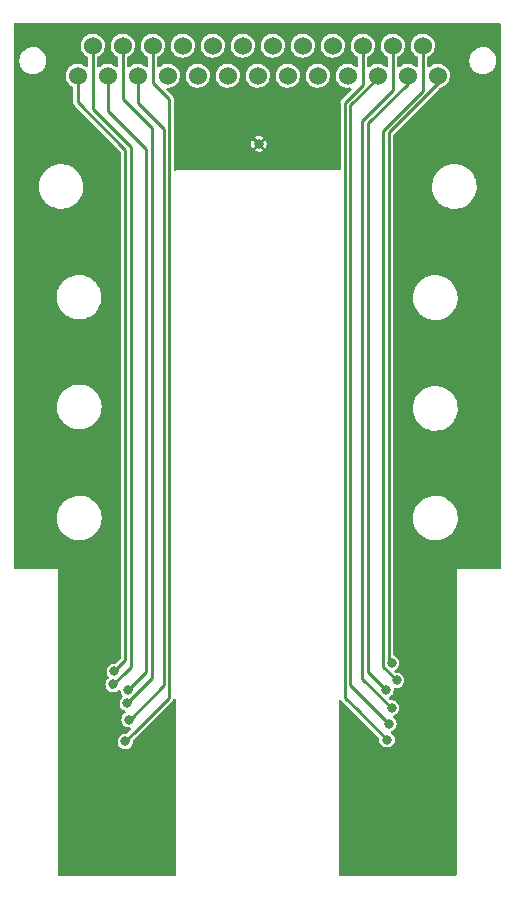
<source format=gbr>
%TF.GenerationSoftware,KiCad,Pcbnew,(6.0.11-0)*%
%TF.CreationDate,2024-08-02T08:23:09-07:00*%
%TF.ProjectId,TcBox_6x4,5463426f-785f-4367-9834-2e6b69636164,v1.0*%
%TF.SameCoordinates,Original*%
%TF.FileFunction,Copper,L2,Bot*%
%TF.FilePolarity,Positive*%
%FSLAX46Y46*%
G04 Gerber Fmt 4.6, Leading zero omitted, Abs format (unit mm)*
G04 Created by KiCad (PCBNEW (6.0.11-0)) date 2024-08-02 08:23:09*
%MOMM*%
%LPD*%
G01*
G04 APERTURE LIST*
%TA.AperFunction,ComponentPad*%
%ADD10C,0.800000*%
%TD*%
%TA.AperFunction,ComponentPad*%
%ADD11C,1.524000*%
%TD*%
%TA.AperFunction,ViaPad*%
%ADD12C,0.800000*%
%TD*%
%TA.AperFunction,Conductor*%
%ADD13C,0.254000*%
%TD*%
%TA.AperFunction,Conductor*%
%ADD14C,0.250000*%
%TD*%
G04 APERTURE END LIST*
D10*
%TO.P,R1,1*%
%TO.N,/coldMount*%
X150750000Y-60250000D03*
%TD*%
D11*
%TO.P,J1,1,Pin_1*%
%TO.N,/Ch0_0*%
X135414180Y-54476180D03*
%TO.P,J1,2,Pin_2*%
%TO.N,/Ch0_2*%
X137954180Y-54476180D03*
%TO.P,J1,3,Pin_3*%
%TO.N,/Ch0_4*%
X140494180Y-54476180D03*
%TO.P,J1,4,Pin_4*%
%TO.N,/Ch1_0*%
X143034180Y-54476180D03*
%TO.P,J1,5,Pin_5*%
%TO.N,/Ch1_2*%
X145574180Y-54476180D03*
%TO.P,J1,6,Pin_6*%
%TO.N,/Ch1_4*%
X148114180Y-54476180D03*
%TO.P,J1,7,Pin_7*%
%TO.N,unconnected-(J1-Pad7)*%
X150654180Y-54476180D03*
%TO.P,J1,8,Pin_8*%
%TO.N,/Ch2_1*%
X153194180Y-54476180D03*
%TO.P,J1,9,Pin_9*%
%TO.N,/Ch2_3*%
X155734180Y-54476180D03*
%TO.P,J1,10,Pin_10*%
%TO.N,/Ch2_5*%
X158274180Y-54476180D03*
%TO.P,J1,11,Pin_11*%
%TO.N,/Ch3_1*%
X160814180Y-54476180D03*
%TO.P,J1,12,Pin_12*%
%TO.N,/Ch3_3*%
X163354180Y-54476180D03*
%TO.P,J1,13,Pin_13*%
%TO.N,/Ch3_5*%
X165894180Y-54476180D03*
%TO.P,J1,14,Pin_14*%
%TO.N,/Ch0_1*%
X136684180Y-51936180D03*
%TO.P,J1,15,Pin_15*%
%TO.N,/Ch0_3*%
X139224180Y-51936180D03*
%TO.P,J1,16,Pin_16*%
%TO.N,/Ch0_5*%
X141764180Y-51936180D03*
%TO.P,J1,17,Pin_17*%
%TO.N,/Ch1_1*%
X144304180Y-51936180D03*
%TO.P,J1,18,Pin_18*%
%TO.N,/Ch1_3*%
X146844180Y-51936180D03*
%TO.P,J1,19,Pin_19*%
%TO.N,/Ch1_5*%
X149384180Y-51936180D03*
%TO.P,J1,20,Pin_20*%
%TO.N,/Ch2_0*%
X151924180Y-51936180D03*
%TO.P,J1,21,Pin_21*%
%TO.N,/Ch2_2*%
X154464180Y-51936180D03*
%TO.P,J1,22,Pin_22*%
%TO.N,/Ch2_4*%
X157004180Y-51936180D03*
%TO.P,J1,23,Pin_23*%
%TO.N,/Ch3_0*%
X159544180Y-51936180D03*
%TO.P,J1,24,Pin_24*%
%TO.N,/Ch3_2*%
X162084180Y-51936180D03*
%TO.P,J1,25,Pin_25*%
%TO.N,/Ch3_4*%
X164624180Y-51936180D03*
%TD*%
D12*
%TO.N,/Ch0_0*%
X138511286Y-104911286D03*
%TO.N,/Ch0_1*%
X138425000Y-106025000D03*
%TO.N,/Ch0_2*%
X139686286Y-106486286D03*
%TO.N,/Ch0_3*%
X139613714Y-107613714D03*
%TO.N,/Ch0_4*%
X139773500Y-109000000D03*
%TO.N,/Ch0_5*%
X139450000Y-110850000D03*
%TO.N,/Ch3_0*%
X161600000Y-110700000D03*
%TO.N,/Ch3_1*%
X161750000Y-109350000D03*
%TO.N,/Ch3_2*%
X161986286Y-108013714D03*
%TO.N,/Ch3_3*%
X161513714Y-106486286D03*
%TO.N,/Ch3_4*%
X162411286Y-105688714D03*
%TO.N,/Ch3_5*%
X161989464Y-104212036D03*
%TO.N,/coldMount*%
X131000000Y-92000000D03*
X142000000Y-121000000D03*
X164000000Y-98000000D03*
X133750000Y-69750000D03*
X165000000Y-100000000D03*
X166000000Y-102000000D03*
X138000000Y-101000000D03*
X167250000Y-77000000D03*
X164000000Y-60000000D03*
X164000000Y-87000000D03*
X135000000Y-114000000D03*
X170000000Y-95000000D03*
X170000000Y-78000000D03*
X165000000Y-104000000D03*
X145875000Y-61175000D03*
X170500000Y-51000000D03*
X138000000Y-62000000D03*
X138000000Y-87000000D03*
X138000000Y-114000000D03*
X155775000Y-61175000D03*
X138000000Y-78000000D03*
X131000000Y-51000000D03*
X167750000Y-85750000D03*
X165750000Y-95500000D03*
X163000000Y-113000000D03*
X170000000Y-88000000D03*
X166000000Y-114000000D03*
X164000000Y-102000000D03*
X133000000Y-51000000D03*
X138000000Y-98000000D03*
X131000000Y-83000000D03*
X170000000Y-91500000D03*
X168000000Y-51000000D03*
X167500000Y-60000000D03*
X135000000Y-98000000D03*
X133500000Y-87750000D03*
X131000000Y-58000000D03*
X170000000Y-58000000D03*
X131000000Y-75000000D03*
X150750000Y-57250000D03*
X133500000Y-78750000D03*
X159000000Y-121000000D03*
X138000000Y-69000000D03*
X135000000Y-101000000D03*
X166000000Y-70000000D03*
X164000000Y-78000000D03*
X131000000Y-67000000D03*
X170000000Y-69000000D03*
X169750000Y-73500000D03*
X166000000Y-98000000D03*
X169750000Y-82250000D03*
X134750000Y-58250000D03*
X164000000Y-67000000D03*
%TD*%
D13*
%TO.N,/Ch0_0*%
X139450000Y-103972572D02*
X139450000Y-60750000D01*
X138511286Y-104911286D02*
X139450000Y-103972572D01*
X135414180Y-56685820D02*
X135414180Y-54476180D01*
X139450000Y-60750000D02*
X135400000Y-56700000D01*
X135400000Y-56700000D02*
X135414180Y-56685820D01*
%TO.N,/Ch0_1*%
X136684180Y-57342128D02*
X136684180Y-51936180D01*
X139425000Y-105025000D02*
X138425000Y-106025000D01*
X139904000Y-60561948D02*
X136684180Y-57342128D01*
X139904000Y-104546000D02*
X139904000Y-60561948D01*
D14*
X138425000Y-106025000D02*
X138200000Y-106250000D01*
D13*
X139425000Y-105025000D02*
X139904000Y-104546000D01*
%TO.N,/Ch0_2*%
X137954180Y-54476180D02*
X137954180Y-57454180D01*
X141200000Y-105000000D02*
X139713714Y-106486286D01*
X141200000Y-60700000D02*
X141200000Y-105000000D01*
X139713714Y-106486286D02*
X139686286Y-106486286D01*
X137954180Y-57454180D02*
X141200000Y-60700000D01*
%TO.N,/Ch0_3*%
X139613714Y-107586286D02*
X141700000Y-105500000D01*
X141700000Y-105500000D02*
X141700000Y-58900000D01*
X139224180Y-56424180D02*
X139224180Y-51936180D01*
X139613714Y-107613714D02*
X139613714Y-107586286D01*
X141700000Y-58900000D02*
X139224180Y-56424180D01*
%TO.N,/Ch0_4*%
X139773500Y-109000000D02*
X139800000Y-109000000D01*
X142700000Y-106100000D02*
X142700000Y-59000000D01*
X139800000Y-109000000D02*
X142700000Y-106100000D01*
X142700000Y-59000000D02*
X142600000Y-58900000D01*
X140494180Y-56794180D02*
X142600000Y-58900000D01*
X140494180Y-54476180D02*
X140494180Y-56794180D01*
%TO.N,/Ch0_5*%
X142175000Y-108125000D02*
X140262500Y-110037500D01*
D14*
X140262500Y-110037500D02*
X139450000Y-110850000D01*
D13*
X141764180Y-55064180D02*
X141764180Y-51936180D01*
X142175000Y-108125000D02*
X143154000Y-107146000D01*
X143050000Y-107250000D02*
X142175000Y-108125000D01*
X143154000Y-107146000D02*
X143154000Y-56454000D01*
X143050000Y-107250000D02*
X143154000Y-107146000D01*
X143154000Y-56454000D02*
X141764180Y-55064180D01*
%TO.N,/Ch3_0*%
X158046000Y-56754000D02*
X159544180Y-55255820D01*
X158150000Y-107250000D02*
X159025000Y-108125000D01*
X159025000Y-108125000D02*
X158046000Y-107146000D01*
X159544180Y-55255820D02*
X159544180Y-51936180D01*
X158046000Y-107146000D02*
X158046000Y-56754000D01*
X158150000Y-107250000D02*
X158046000Y-107146000D01*
X159025000Y-108125000D02*
X161600000Y-110700000D01*
%TO.N,/Ch3_1*%
X161750000Y-109350000D02*
X158500000Y-106100000D01*
X160814180Y-54685820D02*
X158500000Y-57000000D01*
X158500000Y-106100000D02*
X158500000Y-60500000D01*
X158500000Y-57000000D02*
X158500000Y-60500000D01*
X160814180Y-54476180D02*
X160814180Y-54685820D01*
%TO.N,/Ch3_2*%
X159500000Y-58300000D02*
X162084180Y-55715820D01*
X161986286Y-108013714D02*
X159500000Y-105527428D01*
X162084180Y-55715820D02*
X162084180Y-51936180D01*
X159500000Y-105527428D02*
X159500000Y-58300000D01*
%TO.N,/Ch3_3*%
X163354180Y-55145820D02*
X163354180Y-54476180D01*
X160000000Y-58500000D02*
X163354180Y-55145820D01*
X161513714Y-106486286D02*
X161486286Y-106486286D01*
X161486286Y-106486286D02*
X160000000Y-105000000D01*
X160000000Y-105000000D02*
X160000000Y-58500000D01*
%TO.N,/Ch3_4*%
X161250000Y-59150000D02*
X164624180Y-55775820D01*
X161250000Y-104527428D02*
X161250000Y-59150000D01*
X162411286Y-105688714D02*
X161250000Y-104527428D01*
X164624180Y-55775820D02*
X164624180Y-51936180D01*
%TO.N,/Ch3_5*%
X161750000Y-103250000D02*
X161750000Y-103972572D01*
X161750000Y-104000000D02*
X161750000Y-103250000D01*
X161750000Y-103972572D02*
X161989464Y-104212036D01*
X165836232Y-55205820D02*
X161750000Y-59292052D01*
X165894180Y-55205820D02*
X165836232Y-55205820D01*
X165894180Y-54476180D02*
X165894180Y-55205820D01*
X161750000Y-59292052D02*
X161750000Y-103250000D01*
%TD*%
%TA.AperFunction,Conductor*%
%TO.N,/coldMount*%
G36*
X171192121Y-50020002D02*
G01*
X171238614Y-50073658D01*
X171250000Y-50126000D01*
X171250000Y-96124000D01*
X171229998Y-96192121D01*
X171176342Y-96238614D01*
X171124000Y-96250000D01*
X167500000Y-96250000D01*
X167500000Y-122124000D01*
X167479998Y-122192121D01*
X167426342Y-122238614D01*
X167374000Y-122250000D01*
X157626000Y-122250000D01*
X157557879Y-122229998D01*
X157511386Y-122176342D01*
X157500000Y-122124000D01*
X157500000Y-107438462D01*
X157520002Y-107370341D01*
X157573658Y-107323848D01*
X157643932Y-107313744D01*
X157708512Y-107343238D01*
X157728568Y-107366332D01*
X157729560Y-107368398D01*
X157733170Y-107372692D01*
X157735100Y-107374622D01*
X157736889Y-107376573D01*
X157736918Y-107376626D01*
X157736788Y-107376745D01*
X157737289Y-107377313D01*
X157740388Y-107383057D01*
X157748035Y-107390126D01*
X157748036Y-107390127D01*
X157780179Y-107419839D01*
X157783747Y-107423269D01*
X157902648Y-107542171D01*
X157902650Y-107542172D01*
X157902654Y-107542176D01*
X158777647Y-108417170D01*
X158777658Y-108417180D01*
X160909920Y-110549443D01*
X160943946Y-110611755D01*
X160945747Y-110654982D01*
X160940729Y-110693096D01*
X160958113Y-110850553D01*
X160960723Y-110857684D01*
X160960723Y-110857686D01*
X160964458Y-110867891D01*
X161012553Y-110999319D01*
X161016789Y-111005622D01*
X161016789Y-111005623D01*
X161021824Y-111013115D01*
X161100908Y-111130805D01*
X161106527Y-111135918D01*
X161106528Y-111135919D01*
X161141372Y-111167624D01*
X161218076Y-111237419D01*
X161357293Y-111313008D01*
X161510522Y-111353207D01*
X161594477Y-111354526D01*
X161661319Y-111355576D01*
X161661322Y-111355576D01*
X161668916Y-111355695D01*
X161823332Y-111320329D01*
X161893742Y-111284917D01*
X161958072Y-111252563D01*
X161958075Y-111252561D01*
X161964855Y-111249151D01*
X161970626Y-111244222D01*
X161970629Y-111244220D01*
X162079536Y-111151204D01*
X162079536Y-111151203D01*
X162085314Y-111146269D01*
X162177755Y-111017624D01*
X162236842Y-110870641D01*
X162259162Y-110713807D01*
X162259307Y-110700000D01*
X162240276Y-110542733D01*
X162184280Y-110394546D01*
X162122531Y-110304700D01*
X162098855Y-110270251D01*
X162098854Y-110270249D01*
X162094553Y-110263992D01*
X161978569Y-110160655D01*
X161941014Y-110100405D01*
X161941993Y-110029415D01*
X161981197Y-109970224D01*
X162005774Y-109954013D01*
X162108071Y-109902563D01*
X162114855Y-109899151D01*
X162120626Y-109894222D01*
X162120629Y-109894220D01*
X162229536Y-109801204D01*
X162229536Y-109801203D01*
X162235314Y-109796269D01*
X162327755Y-109667624D01*
X162386842Y-109520641D01*
X162397426Y-109446269D01*
X162408581Y-109367891D01*
X162408581Y-109367888D01*
X162409162Y-109363807D01*
X162409307Y-109350000D01*
X162407561Y-109335567D01*
X162391188Y-109200273D01*
X162390276Y-109192733D01*
X162334280Y-109044546D01*
X162306506Y-109004134D01*
X162248855Y-108920251D01*
X162248854Y-108920249D01*
X162244553Y-108913992D01*
X162238882Y-108908940D01*
X162238880Y-108908937D01*
X162168071Y-108845849D01*
X162130515Y-108785599D01*
X162131494Y-108714609D01*
X162170698Y-108655418D01*
X162206572Y-108634741D01*
X162209618Y-108634043D01*
X162226596Y-108625504D01*
X162344358Y-108566277D01*
X162344361Y-108566275D01*
X162351141Y-108562865D01*
X162356912Y-108557936D01*
X162356915Y-108557934D01*
X162465822Y-108464918D01*
X162465822Y-108464917D01*
X162471600Y-108459983D01*
X162564041Y-108331338D01*
X162623128Y-108184355D01*
X162645448Y-108027521D01*
X162645593Y-108013714D01*
X162626562Y-107856447D01*
X162570566Y-107708260D01*
X162480839Y-107577706D01*
X162362561Y-107472325D01*
X162334156Y-107457285D01*
X162266619Y-107421526D01*
X162222560Y-107398198D01*
X162068919Y-107359606D01*
X162061320Y-107359566D01*
X162061319Y-107359566D01*
X162013843Y-107359317D01*
X161922464Y-107358839D01*
X161854450Y-107338481D01*
X161834030Y-107321936D01*
X161781616Y-107269522D01*
X161747590Y-107207210D01*
X161752655Y-107136395D01*
X161795202Y-107079559D01*
X161814087Y-107067868D01*
X161878569Y-107035437D01*
X161884340Y-107030508D01*
X161884343Y-107030506D01*
X161993250Y-106937490D01*
X161993250Y-106937489D01*
X161999028Y-106932555D01*
X162091469Y-106803910D01*
X162150556Y-106656927D01*
X162167846Y-106535435D01*
X162172295Y-106504177D01*
X162172295Y-106504174D01*
X162172876Y-106500093D01*
X162173021Y-106486286D01*
X162172255Y-106479957D01*
X162172365Y-106479296D01*
X162172298Y-106478074D01*
X162172571Y-106478059D01*
X162183931Y-106409927D01*
X162231615Y-106357327D01*
X162300167Y-106338857D01*
X162314442Y-106339991D01*
X162314461Y-106339994D01*
X162321808Y-106341921D01*
X162397438Y-106343109D01*
X162472605Y-106344290D01*
X162472608Y-106344290D01*
X162480202Y-106344409D01*
X162634618Y-106309043D01*
X162729160Y-106261494D01*
X162769358Y-106241277D01*
X162769361Y-106241275D01*
X162776141Y-106237865D01*
X162781912Y-106232936D01*
X162781915Y-106232934D01*
X162890822Y-106139918D01*
X162890822Y-106139917D01*
X162896600Y-106134983D01*
X162989041Y-106006338D01*
X163048128Y-105859355D01*
X163056780Y-105798558D01*
X163069867Y-105706605D01*
X163069867Y-105706602D01*
X163070448Y-105702521D01*
X163070593Y-105688714D01*
X163068847Y-105674281D01*
X163064550Y-105638775D01*
X163051562Y-105531447D01*
X162995566Y-105383260D01*
X162970038Y-105346116D01*
X162910141Y-105258965D01*
X162910140Y-105258963D01*
X162905839Y-105252706D01*
X162787561Y-105147325D01*
X162647560Y-105073198D01*
X162493919Y-105034606D01*
X162486320Y-105034566D01*
X162486319Y-105034566D01*
X162438366Y-105034315D01*
X162347465Y-105033839D01*
X162279451Y-105013481D01*
X162259031Y-104996936D01*
X162257367Y-104995272D01*
X162223341Y-104932960D01*
X162228406Y-104862145D01*
X162270953Y-104805309D01*
X162289849Y-104793612D01*
X162347533Y-104764601D01*
X162347539Y-104764597D01*
X162354319Y-104761187D01*
X162360090Y-104756258D01*
X162360093Y-104756256D01*
X162469000Y-104663240D01*
X162469000Y-104663239D01*
X162474778Y-104658305D01*
X162567219Y-104529660D01*
X162626306Y-104382677D01*
X162643254Y-104263593D01*
X162648045Y-104229927D01*
X162648045Y-104229924D01*
X162648626Y-104225843D01*
X162648771Y-104212036D01*
X162629740Y-104054769D01*
X162573744Y-103906582D01*
X162567212Y-103897078D01*
X162488319Y-103782287D01*
X162488318Y-103782285D01*
X162484017Y-103776028D01*
X162365739Y-103670647D01*
X162359023Y-103667091D01*
X162232455Y-103600076D01*
X162232452Y-103600075D01*
X162225738Y-103596520D01*
X162218372Y-103594670D01*
X162212342Y-103592355D01*
X162155915Y-103549267D01*
X162131741Y-103482513D01*
X162131500Y-103474725D01*
X162131500Y-91979093D01*
X163813171Y-91979093D01*
X163839172Y-92251622D01*
X163904243Y-92517544D01*
X164007019Y-92771287D01*
X164009323Y-92775222D01*
X164009326Y-92775228D01*
X164105460Y-92939411D01*
X164145349Y-93007535D01*
X164316333Y-93221341D01*
X164516390Y-93408224D01*
X164741330Y-93564270D01*
X164986440Y-93686210D01*
X164990774Y-93687631D01*
X164990777Y-93687632D01*
X165069699Y-93713504D01*
X165246586Y-93771490D01*
X165251077Y-93772270D01*
X165251078Y-93772270D01*
X165512537Y-93817668D01*
X165512542Y-93817669D01*
X165516317Y-93818324D01*
X165520154Y-93818515D01*
X165601245Y-93822552D01*
X165601253Y-93822552D01*
X165602816Y-93822630D01*
X165773724Y-93822630D01*
X165775992Y-93822465D01*
X165776004Y-93822465D01*
X165907779Y-93812903D01*
X165977229Y-93807864D01*
X165981684Y-93806880D01*
X165981687Y-93806880D01*
X166240102Y-93749827D01*
X166240105Y-93749826D01*
X166244558Y-93748843D01*
X166251930Y-93746050D01*
X166496299Y-93653468D01*
X166496306Y-93653465D01*
X166500568Y-93651850D01*
X166662923Y-93561670D01*
X166735901Y-93521134D01*
X166735902Y-93521133D01*
X166739894Y-93518916D01*
X166881525Y-93410827D01*
X166953891Y-93355599D01*
X166953892Y-93355598D01*
X166957523Y-93352827D01*
X167148897Y-93157061D01*
X167151586Y-93153367D01*
X167307320Y-92939411D01*
X167307322Y-92939408D01*
X167310007Y-92935719D01*
X167437476Y-92693439D01*
X167528636Y-92435295D01*
X167581577Y-92166695D01*
X167590690Y-91983649D01*
X167594962Y-91897836D01*
X167594962Y-91897830D01*
X167595189Y-91893267D01*
X167569188Y-91620738D01*
X167504117Y-91354816D01*
X167401341Y-91101073D01*
X167399037Y-91097138D01*
X167399034Y-91097132D01*
X167265317Y-90868763D01*
X167265316Y-90868761D01*
X167263011Y-90864825D01*
X167092027Y-90651019D01*
X166891970Y-90464136D01*
X166667030Y-90308090D01*
X166421920Y-90186150D01*
X166417586Y-90184729D01*
X166417583Y-90184728D01*
X166338661Y-90158856D01*
X166161774Y-90100870D01*
X166157282Y-90100090D01*
X165895823Y-90054692D01*
X165895818Y-90054691D01*
X165892043Y-90054036D01*
X165884665Y-90053669D01*
X165807115Y-90049808D01*
X165807107Y-90049808D01*
X165805544Y-90049730D01*
X165634636Y-90049730D01*
X165632368Y-90049895D01*
X165632356Y-90049895D01*
X165500581Y-90059457D01*
X165431131Y-90064496D01*
X165426676Y-90065480D01*
X165426673Y-90065480D01*
X165168258Y-90122533D01*
X165168255Y-90122534D01*
X165163802Y-90123517D01*
X165159534Y-90125134D01*
X164912061Y-90218892D01*
X164912054Y-90218895D01*
X164907792Y-90220510D01*
X164903806Y-90222724D01*
X164903804Y-90222725D01*
X164672459Y-90351226D01*
X164668466Y-90353444D01*
X164664834Y-90356216D01*
X164523425Y-90464136D01*
X164450837Y-90519533D01*
X164259463Y-90715299D01*
X164256776Y-90718991D01*
X164256774Y-90718993D01*
X164153220Y-90861262D01*
X164098353Y-90936641D01*
X163970884Y-91178921D01*
X163879724Y-91437065D01*
X163826783Y-91705665D01*
X163826556Y-91710218D01*
X163826556Y-91710221D01*
X163817444Y-91893267D01*
X163813171Y-91979093D01*
X162131500Y-91979093D01*
X162131500Y-82686813D01*
X163804851Y-82686813D01*
X163830852Y-82959342D01*
X163831936Y-82963772D01*
X163831937Y-82963778D01*
X163864704Y-83097685D01*
X163895923Y-83225264D01*
X163897638Y-83229499D01*
X163897639Y-83229501D01*
X163950419Y-83359808D01*
X163998699Y-83479007D01*
X164001003Y-83482942D01*
X164001006Y-83482948D01*
X164097140Y-83647131D01*
X164137029Y-83715255D01*
X164308013Y-83929061D01*
X164508070Y-84115944D01*
X164733010Y-84271990D01*
X164978120Y-84393930D01*
X164982454Y-84395351D01*
X164982457Y-84395352D01*
X165061379Y-84421224D01*
X165238266Y-84479210D01*
X165242757Y-84479990D01*
X165242758Y-84479990D01*
X165504217Y-84525388D01*
X165504222Y-84525389D01*
X165507997Y-84526044D01*
X165511834Y-84526235D01*
X165592925Y-84530272D01*
X165592933Y-84530272D01*
X165594496Y-84530350D01*
X165765404Y-84530350D01*
X165767672Y-84530185D01*
X165767684Y-84530185D01*
X165899459Y-84520623D01*
X165968909Y-84515584D01*
X165973364Y-84514600D01*
X165973367Y-84514600D01*
X166231782Y-84457547D01*
X166231785Y-84457546D01*
X166236238Y-84456563D01*
X166243610Y-84453770D01*
X166487979Y-84361188D01*
X166487986Y-84361185D01*
X166492248Y-84359570D01*
X166501108Y-84354649D01*
X166727581Y-84228854D01*
X166727582Y-84228853D01*
X166731574Y-84226636D01*
X166873205Y-84118547D01*
X166945571Y-84063319D01*
X166945572Y-84063318D01*
X166949203Y-84060547D01*
X167140577Y-83864781D01*
X167232897Y-83737947D01*
X167299000Y-83647131D01*
X167299002Y-83647128D01*
X167301687Y-83643439D01*
X167429156Y-83401159D01*
X167520316Y-83143015D01*
X167573257Y-82874415D01*
X167574939Y-82840638D01*
X167586642Y-82605556D01*
X167586642Y-82605550D01*
X167586869Y-82600987D01*
X167560868Y-82328458D01*
X167552633Y-82294801D01*
X167496883Y-82066975D01*
X167495797Y-82062536D01*
X167494081Y-82058299D01*
X167394736Y-81813026D01*
X167394733Y-81813021D01*
X167393021Y-81808793D01*
X167390717Y-81804858D01*
X167390714Y-81804852D01*
X167256997Y-81576483D01*
X167256996Y-81576481D01*
X167254691Y-81572545D01*
X167083707Y-81358739D01*
X166883650Y-81171856D01*
X166658710Y-81015810D01*
X166413600Y-80893870D01*
X166409266Y-80892449D01*
X166409263Y-80892448D01*
X166330341Y-80866576D01*
X166153454Y-80808590D01*
X166148962Y-80807810D01*
X165887503Y-80762412D01*
X165887498Y-80762411D01*
X165883723Y-80761756D01*
X165876345Y-80761389D01*
X165798795Y-80757528D01*
X165798787Y-80757528D01*
X165797224Y-80757450D01*
X165626316Y-80757450D01*
X165624048Y-80757615D01*
X165624036Y-80757615D01*
X165492261Y-80767177D01*
X165422811Y-80772216D01*
X165418356Y-80773200D01*
X165418353Y-80773200D01*
X165159938Y-80830253D01*
X165159935Y-80830254D01*
X165155482Y-80831237D01*
X165151214Y-80832854D01*
X164903741Y-80926612D01*
X164903734Y-80926615D01*
X164899472Y-80928230D01*
X164895486Y-80930444D01*
X164895484Y-80930445D01*
X164676945Y-81051833D01*
X164660146Y-81061164D01*
X164603869Y-81104113D01*
X164515105Y-81171856D01*
X164442517Y-81227253D01*
X164251143Y-81423019D01*
X164248456Y-81426711D01*
X164248454Y-81426713D01*
X164144900Y-81568982D01*
X164090033Y-81644361D01*
X163962564Y-81886641D01*
X163871404Y-82144785D01*
X163818463Y-82413385D01*
X163818236Y-82417938D01*
X163818236Y-82417941D01*
X163809124Y-82600987D01*
X163804851Y-82686813D01*
X162131500Y-82686813D01*
X162131500Y-73311433D01*
X163804851Y-73311433D01*
X163830852Y-73583962D01*
X163895923Y-73849884D01*
X163897638Y-73854119D01*
X163897639Y-73854121D01*
X163988047Y-74077328D01*
X163998699Y-74103627D01*
X164001003Y-74107562D01*
X164001006Y-74107568D01*
X164121409Y-74313198D01*
X164137029Y-74339875D01*
X164229470Y-74455467D01*
X164283830Y-74523441D01*
X164308013Y-74553681D01*
X164508070Y-74740564D01*
X164733010Y-74896610D01*
X164978120Y-75018550D01*
X164982454Y-75019971D01*
X164982457Y-75019972D01*
X165061379Y-75045844D01*
X165238266Y-75103830D01*
X165242757Y-75104610D01*
X165242758Y-75104610D01*
X165504217Y-75150008D01*
X165504222Y-75150009D01*
X165507997Y-75150664D01*
X165511834Y-75150855D01*
X165592925Y-75154892D01*
X165592933Y-75154892D01*
X165594496Y-75154970D01*
X165765404Y-75154970D01*
X165767672Y-75154805D01*
X165767684Y-75154805D01*
X165899459Y-75145243D01*
X165968909Y-75140204D01*
X165973364Y-75139220D01*
X165973367Y-75139220D01*
X166231782Y-75082167D01*
X166231785Y-75082166D01*
X166236238Y-75081183D01*
X166254221Y-75074370D01*
X166487979Y-74985808D01*
X166487986Y-74985805D01*
X166492248Y-74984190D01*
X166654603Y-74894010D01*
X166727581Y-74853474D01*
X166727582Y-74853473D01*
X166731574Y-74851256D01*
X166873205Y-74743167D01*
X166945571Y-74687939D01*
X166945572Y-74687938D01*
X166949203Y-74685167D01*
X167140577Y-74489401D01*
X167165277Y-74455467D01*
X167299000Y-74271751D01*
X167299002Y-74271748D01*
X167301687Y-74268059D01*
X167429156Y-74025779D01*
X167520316Y-73767635D01*
X167561604Y-73558158D01*
X167572376Y-73503507D01*
X167572377Y-73503501D01*
X167573257Y-73499035D01*
X167574540Y-73473267D01*
X167586642Y-73230176D01*
X167586642Y-73230170D01*
X167586869Y-73225607D01*
X167560868Y-72953078D01*
X167554582Y-72927387D01*
X167509616Y-72743631D01*
X167495797Y-72687156D01*
X167483549Y-72656916D01*
X167394736Y-72437646D01*
X167394733Y-72437641D01*
X167393021Y-72433413D01*
X167390717Y-72429478D01*
X167390714Y-72429472D01*
X167256997Y-72201103D01*
X167256996Y-72201101D01*
X167254691Y-72197165D01*
X167129327Y-72040404D01*
X167086559Y-71986925D01*
X167086557Y-71986923D01*
X167083707Y-71983359D01*
X166883650Y-71796476D01*
X166658710Y-71640430D01*
X166413600Y-71518490D01*
X166409266Y-71517069D01*
X166409263Y-71517068D01*
X166317015Y-71486828D01*
X166153454Y-71433210D01*
X166148962Y-71432430D01*
X165887503Y-71387032D01*
X165887498Y-71387031D01*
X165883723Y-71386376D01*
X165876345Y-71386009D01*
X165798795Y-71382148D01*
X165798787Y-71382148D01*
X165797224Y-71382070D01*
X165626316Y-71382070D01*
X165624048Y-71382235D01*
X165624036Y-71382235D01*
X165492261Y-71391797D01*
X165422811Y-71396836D01*
X165418356Y-71397820D01*
X165418353Y-71397820D01*
X165159938Y-71454873D01*
X165159935Y-71454874D01*
X165155482Y-71455857D01*
X165151214Y-71457474D01*
X164903741Y-71551232D01*
X164903734Y-71551235D01*
X164899472Y-71552850D01*
X164895486Y-71555064D01*
X164895484Y-71555065D01*
X164664139Y-71683566D01*
X164660146Y-71685784D01*
X164656514Y-71688556D01*
X164515105Y-71796476D01*
X164442517Y-71851873D01*
X164251143Y-72047639D01*
X164248456Y-72051331D01*
X164248454Y-72051333D01*
X164144900Y-72193602D01*
X164090033Y-72268981D01*
X163962564Y-72511261D01*
X163871404Y-72769405D01*
X163870524Y-72773871D01*
X163825305Y-73003293D01*
X163818463Y-73038005D01*
X163818236Y-73042558D01*
X163818236Y-73042561D01*
X163806130Y-73285749D01*
X163804851Y-73311433D01*
X162131500Y-73311433D01*
X162131500Y-63899093D01*
X165413171Y-63899093D01*
X165439172Y-64171622D01*
X165504243Y-64437544D01*
X165607019Y-64691287D01*
X165609323Y-64695222D01*
X165609326Y-64695228D01*
X165705460Y-64859411D01*
X165745349Y-64927535D01*
X165916333Y-65141341D01*
X166116390Y-65328224D01*
X166341330Y-65484270D01*
X166586440Y-65606210D01*
X166590774Y-65607631D01*
X166590777Y-65607632D01*
X166669699Y-65633504D01*
X166846586Y-65691490D01*
X166851077Y-65692270D01*
X166851078Y-65692270D01*
X167112537Y-65737668D01*
X167112542Y-65737669D01*
X167116317Y-65738324D01*
X167120154Y-65738515D01*
X167201245Y-65742552D01*
X167201253Y-65742552D01*
X167202816Y-65742630D01*
X167373724Y-65742630D01*
X167375992Y-65742465D01*
X167376004Y-65742465D01*
X167507779Y-65732903D01*
X167577229Y-65727864D01*
X167581684Y-65726880D01*
X167581687Y-65726880D01*
X167840102Y-65669827D01*
X167840105Y-65669826D01*
X167844558Y-65668843D01*
X167851930Y-65666050D01*
X168096299Y-65573468D01*
X168096306Y-65573465D01*
X168100568Y-65571850D01*
X168262923Y-65481670D01*
X168335901Y-65441134D01*
X168335902Y-65441133D01*
X168339894Y-65438916D01*
X168481525Y-65330827D01*
X168553891Y-65275599D01*
X168553892Y-65275598D01*
X168557523Y-65272827D01*
X168748897Y-65077061D01*
X168751586Y-65073367D01*
X168907320Y-64859411D01*
X168907322Y-64859408D01*
X168910007Y-64855719D01*
X169037476Y-64613439D01*
X169128636Y-64355295D01*
X169181577Y-64086695D01*
X169190690Y-63903649D01*
X169194962Y-63817836D01*
X169194962Y-63817830D01*
X169195189Y-63813267D01*
X169169188Y-63540738D01*
X169104117Y-63274816D01*
X169001341Y-63021073D01*
X168999037Y-63017138D01*
X168999034Y-63017132D01*
X168865317Y-62788763D01*
X168865316Y-62788761D01*
X168863011Y-62784825D01*
X168692027Y-62571019D01*
X168491970Y-62384136D01*
X168267030Y-62228090D01*
X168021920Y-62106150D01*
X168017586Y-62104729D01*
X168017583Y-62104728D01*
X167938661Y-62078856D01*
X167761774Y-62020870D01*
X167757282Y-62020090D01*
X167495823Y-61974692D01*
X167495818Y-61974691D01*
X167492043Y-61974036D01*
X167484665Y-61973669D01*
X167407115Y-61969808D01*
X167407107Y-61969808D01*
X167405544Y-61969730D01*
X167234636Y-61969730D01*
X167232368Y-61969895D01*
X167232356Y-61969895D01*
X167100581Y-61979457D01*
X167031131Y-61984496D01*
X167026676Y-61985480D01*
X167026673Y-61985480D01*
X166768258Y-62042533D01*
X166768255Y-62042534D01*
X166763802Y-62043517D01*
X166759534Y-62045134D01*
X166512061Y-62138892D01*
X166512054Y-62138895D01*
X166507792Y-62140510D01*
X166503806Y-62142724D01*
X166503804Y-62142725D01*
X166272459Y-62271226D01*
X166268466Y-62273444D01*
X166264834Y-62276216D01*
X166123425Y-62384136D01*
X166050837Y-62439533D01*
X166047644Y-62442799D01*
X166047642Y-62442801D01*
X165991693Y-62500034D01*
X165859463Y-62635299D01*
X165856776Y-62638991D01*
X165856774Y-62638993D01*
X165753220Y-62781262D01*
X165698353Y-62856641D01*
X165570884Y-63098921D01*
X165479724Y-63357065D01*
X165478844Y-63361531D01*
X165453389Y-63490680D01*
X165426783Y-63625665D01*
X165426556Y-63630218D01*
X165426556Y-63630221D01*
X165417444Y-63813267D01*
X165413171Y-63899093D01*
X162131500Y-63899093D01*
X162131500Y-59502264D01*
X162151502Y-59434143D01*
X162168405Y-59413169D01*
X165986915Y-55594659D01*
X166020525Y-55573704D01*
X166019466Y-55571741D01*
X166019946Y-55571482D01*
X166028070Y-55567541D01*
X166028038Y-55567468D01*
X166028610Y-55567220D01*
X166029212Y-55566987D01*
X166029740Y-55566731D01*
X166037679Y-55563295D01*
X166047787Y-55560785D01*
X166084394Y-55537149D01*
X166092909Y-55532113D01*
X166122072Y-55516378D01*
X166122075Y-55516375D01*
X166131237Y-55511432D01*
X166138302Y-55503790D01*
X166142145Y-55500809D01*
X166145741Y-55497537D01*
X166154484Y-55491891D01*
X166161846Y-55482553D01*
X166162350Y-55481913D01*
X166164901Y-55480101D01*
X166168632Y-55476706D01*
X166169044Y-55477158D01*
X166220231Y-55440800D01*
X166227415Y-55438561D01*
X166257609Y-55430131D01*
X166257611Y-55430130D01*
X166263550Y-55428472D01*
X166269054Y-55425692D01*
X166269056Y-55425691D01*
X166435982Y-55341371D01*
X166435984Y-55341370D01*
X166441483Y-55338592D01*
X166598570Y-55215862D01*
X166608041Y-55204890D01*
X166724798Y-55069626D01*
X166724799Y-55069624D01*
X166728827Y-55064958D01*
X166827292Y-54891628D01*
X166890215Y-54702474D01*
X166896285Y-54654427D01*
X166914758Y-54508203D01*
X166914759Y-54508193D01*
X166915200Y-54504700D01*
X166915598Y-54476180D01*
X166896145Y-54277786D01*
X166894364Y-54271887D01*
X166894363Y-54271882D01*
X166840309Y-54092847D01*
X166838528Y-54086948D01*
X166744941Y-53910936D01*
X166741051Y-53906166D01*
X166741048Y-53906162D01*
X166622843Y-53761229D01*
X166622840Y-53761226D01*
X166618948Y-53756454D01*
X166609768Y-53748859D01*
X166470099Y-53633315D01*
X166465350Y-53629386D01*
X166289995Y-53534572D01*
X166099565Y-53475624D01*
X166093440Y-53474980D01*
X166093439Y-53474980D01*
X165907440Y-53455431D01*
X165907438Y-53455431D01*
X165901311Y-53454787D01*
X165778432Y-53465970D01*
X165708926Y-53472295D01*
X165708925Y-53472295D01*
X165702785Y-53472854D01*
X165696871Y-53474595D01*
X165696869Y-53474595D01*
X165618329Y-53497711D01*
X165511550Y-53529138D01*
X165334889Y-53621494D01*
X165330089Y-53625354D01*
X165330088Y-53625354D01*
X165210632Y-53721399D01*
X165145010Y-53748495D01*
X165075155Y-53735812D01*
X165023247Y-53687376D01*
X165005680Y-53623202D01*
X165005680Y-53296282D01*
X168559321Y-53296282D01*
X168594912Y-53503408D01*
X168667652Y-53700579D01*
X168670604Y-53705540D01*
X168670604Y-53705541D01*
X168688614Y-53735812D01*
X168775106Y-53881192D01*
X168913674Y-54039199D01*
X169078717Y-54169308D01*
X169083833Y-54171999D01*
X169083835Y-54172001D01*
X169247190Y-54257946D01*
X169264707Y-54267162D01*
X169465414Y-54329484D01*
X169471149Y-54330163D01*
X169471150Y-54330163D01*
X169501712Y-54333780D01*
X169636054Y-54349680D01*
X169757496Y-54349680D01*
X169913459Y-54335349D01*
X169919021Y-54333780D01*
X169919023Y-54333780D01*
X170014594Y-54306826D01*
X170115729Y-54278303D01*
X170304217Y-54185351D01*
X170472609Y-54059607D01*
X170544101Y-53982267D01*
X170611347Y-53909521D01*
X170611349Y-53909518D01*
X170615266Y-53905281D01*
X170727411Y-53727542D01*
X170805288Y-53532343D01*
X170806413Y-53526686D01*
X170806415Y-53526680D01*
X170845161Y-53331887D01*
X170845161Y-53331885D01*
X170846288Y-53326220D01*
X170846606Y-53301980D01*
X170848963Y-53121860D01*
X170849039Y-53116078D01*
X170821769Y-52957374D01*
X170814427Y-52914649D01*
X170814427Y-52914648D01*
X170813448Y-52908952D01*
X170740708Y-52711781D01*
X170633254Y-52531168D01*
X170494686Y-52373161D01*
X170329643Y-52243052D01*
X170324527Y-52240361D01*
X170324525Y-52240359D01*
X170148770Y-52147890D01*
X170148768Y-52147889D01*
X170143653Y-52145198D01*
X169942946Y-52082876D01*
X169937211Y-52082197D01*
X169937210Y-52082197D01*
X169888922Y-52076482D01*
X169772306Y-52062680D01*
X169650864Y-52062680D01*
X169494901Y-52077011D01*
X169489339Y-52078580D01*
X169489337Y-52078580D01*
X169393766Y-52105534D01*
X169292631Y-52134057D01*
X169104143Y-52227009D01*
X168935751Y-52352753D01*
X168793094Y-52507079D01*
X168680949Y-52684818D01*
X168603072Y-52880017D01*
X168601947Y-52885674D01*
X168601945Y-52885680D01*
X168587190Y-52959861D01*
X168562072Y-53086140D01*
X168561996Y-53091915D01*
X168561996Y-53091919D01*
X168561680Y-53116078D01*
X168559321Y-53296282D01*
X165005680Y-53296282D01*
X165005680Y-52959861D01*
X165025682Y-52891740D01*
X165074870Y-52847395D01*
X165165979Y-52801373D01*
X165165985Y-52801369D01*
X165171483Y-52798592D01*
X165328570Y-52675862D01*
X165351142Y-52649712D01*
X165454798Y-52529626D01*
X165454799Y-52529624D01*
X165458827Y-52524958D01*
X165557292Y-52351628D01*
X165620215Y-52162474D01*
X165630271Y-52082876D01*
X165644758Y-51968203D01*
X165644759Y-51968193D01*
X165645200Y-51964700D01*
X165645598Y-51936180D01*
X165626145Y-51737786D01*
X165624364Y-51731887D01*
X165624363Y-51731882D01*
X165570309Y-51552847D01*
X165568528Y-51546948D01*
X165474941Y-51370936D01*
X165471051Y-51366166D01*
X165471048Y-51366162D01*
X165352843Y-51221229D01*
X165352840Y-51221226D01*
X165348948Y-51216454D01*
X165195350Y-51089386D01*
X165019995Y-50994572D01*
X164829565Y-50935624D01*
X164823440Y-50934980D01*
X164823439Y-50934980D01*
X164637440Y-50915431D01*
X164637438Y-50915431D01*
X164631311Y-50914787D01*
X164508432Y-50925970D01*
X164438926Y-50932295D01*
X164438925Y-50932295D01*
X164432785Y-50932854D01*
X164426871Y-50934595D01*
X164426869Y-50934595D01*
X164296719Y-50972901D01*
X164241550Y-50989138D01*
X164064889Y-51081494D01*
X164060089Y-51085354D01*
X164060088Y-51085354D01*
X164055073Y-51089386D01*
X163909531Y-51206405D01*
X163781394Y-51359113D01*
X163685359Y-51533801D01*
X163625082Y-51723815D01*
X163602862Y-51921919D01*
X163619542Y-52120566D01*
X163674490Y-52312189D01*
X163765610Y-52489491D01*
X163889433Y-52645717D01*
X164041243Y-52774917D01*
X164178151Y-52851432D01*
X164227856Y-52902124D01*
X164242680Y-52961419D01*
X164242680Y-53624141D01*
X164222678Y-53692262D01*
X164169022Y-53738755D01*
X164098748Y-53748859D01*
X164036366Y-53721227D01*
X163925350Y-53629386D01*
X163749995Y-53534572D01*
X163559565Y-53475624D01*
X163553440Y-53474980D01*
X163553439Y-53474980D01*
X163367440Y-53455431D01*
X163367438Y-53455431D01*
X163361311Y-53454787D01*
X163238432Y-53465970D01*
X163168926Y-53472295D01*
X163168925Y-53472295D01*
X163162785Y-53472854D01*
X163156871Y-53474595D01*
X163156869Y-53474595D01*
X163078329Y-53497711D01*
X162971550Y-53529138D01*
X162794889Y-53621494D01*
X162790089Y-53625354D01*
X162790088Y-53625354D01*
X162670632Y-53721399D01*
X162605010Y-53748495D01*
X162535155Y-53735812D01*
X162483247Y-53687376D01*
X162465680Y-53623202D01*
X162465680Y-52959861D01*
X162485682Y-52891740D01*
X162534870Y-52847395D01*
X162625979Y-52801373D01*
X162625985Y-52801369D01*
X162631483Y-52798592D01*
X162788570Y-52675862D01*
X162811142Y-52649712D01*
X162914798Y-52529626D01*
X162914799Y-52529624D01*
X162918827Y-52524958D01*
X163017292Y-52351628D01*
X163080215Y-52162474D01*
X163090271Y-52082876D01*
X163104758Y-51968203D01*
X163104759Y-51968193D01*
X163105200Y-51964700D01*
X163105598Y-51936180D01*
X163086145Y-51737786D01*
X163084364Y-51731887D01*
X163084363Y-51731882D01*
X163030309Y-51552847D01*
X163028528Y-51546948D01*
X162934941Y-51370936D01*
X162931051Y-51366166D01*
X162931048Y-51366162D01*
X162812843Y-51221229D01*
X162812840Y-51221226D01*
X162808948Y-51216454D01*
X162655350Y-51089386D01*
X162479995Y-50994572D01*
X162289565Y-50935624D01*
X162283440Y-50934980D01*
X162283439Y-50934980D01*
X162097440Y-50915431D01*
X162097438Y-50915431D01*
X162091311Y-50914787D01*
X161968432Y-50925970D01*
X161898926Y-50932295D01*
X161898925Y-50932295D01*
X161892785Y-50932854D01*
X161886871Y-50934595D01*
X161886869Y-50934595D01*
X161756719Y-50972901D01*
X161701550Y-50989138D01*
X161524889Y-51081494D01*
X161520089Y-51085354D01*
X161520088Y-51085354D01*
X161515073Y-51089386D01*
X161369531Y-51206405D01*
X161241394Y-51359113D01*
X161145359Y-51533801D01*
X161085082Y-51723815D01*
X161062862Y-51921919D01*
X161079542Y-52120566D01*
X161134490Y-52312189D01*
X161225610Y-52489491D01*
X161349433Y-52645717D01*
X161501243Y-52774917D01*
X161638151Y-52851432D01*
X161687856Y-52902124D01*
X161702680Y-52961419D01*
X161702680Y-53624141D01*
X161682678Y-53692262D01*
X161629022Y-53738755D01*
X161558748Y-53748859D01*
X161496366Y-53721227D01*
X161385350Y-53629386D01*
X161209995Y-53534572D01*
X161019565Y-53475624D01*
X161013440Y-53474980D01*
X161013439Y-53474980D01*
X160827440Y-53455431D01*
X160827438Y-53455431D01*
X160821311Y-53454787D01*
X160698432Y-53465970D01*
X160628926Y-53472295D01*
X160628925Y-53472295D01*
X160622785Y-53472854D01*
X160616871Y-53474595D01*
X160616869Y-53474595D01*
X160538329Y-53497711D01*
X160431550Y-53529138D01*
X160254889Y-53621494D01*
X160250089Y-53625354D01*
X160250088Y-53625354D01*
X160130632Y-53721399D01*
X160065010Y-53748495D01*
X159995155Y-53735812D01*
X159943247Y-53687376D01*
X159925680Y-53623202D01*
X159925680Y-52959861D01*
X159945682Y-52891740D01*
X159994870Y-52847395D01*
X160085979Y-52801373D01*
X160085985Y-52801369D01*
X160091483Y-52798592D01*
X160248570Y-52675862D01*
X160271142Y-52649712D01*
X160374798Y-52529626D01*
X160374799Y-52529624D01*
X160378827Y-52524958D01*
X160477292Y-52351628D01*
X160540215Y-52162474D01*
X160550271Y-52082876D01*
X160564758Y-51968203D01*
X160564759Y-51968193D01*
X160565200Y-51964700D01*
X160565598Y-51936180D01*
X160546145Y-51737786D01*
X160544364Y-51731887D01*
X160544363Y-51731882D01*
X160490309Y-51552847D01*
X160488528Y-51546948D01*
X160394941Y-51370936D01*
X160391051Y-51366166D01*
X160391048Y-51366162D01*
X160272843Y-51221229D01*
X160272840Y-51221226D01*
X160268948Y-51216454D01*
X160115350Y-51089386D01*
X159939995Y-50994572D01*
X159749565Y-50935624D01*
X159743440Y-50934980D01*
X159743439Y-50934980D01*
X159557440Y-50915431D01*
X159557438Y-50915431D01*
X159551311Y-50914787D01*
X159428432Y-50925970D01*
X159358926Y-50932295D01*
X159358925Y-50932295D01*
X159352785Y-50932854D01*
X159346871Y-50934595D01*
X159346869Y-50934595D01*
X159216719Y-50972901D01*
X159161550Y-50989138D01*
X158984889Y-51081494D01*
X158980089Y-51085354D01*
X158980088Y-51085354D01*
X158975073Y-51089386D01*
X158829531Y-51206405D01*
X158701394Y-51359113D01*
X158605359Y-51533801D01*
X158545082Y-51723815D01*
X158522862Y-51921919D01*
X158539542Y-52120566D01*
X158594490Y-52312189D01*
X158685610Y-52489491D01*
X158809433Y-52645717D01*
X158961243Y-52774917D01*
X159098151Y-52851432D01*
X159147856Y-52902124D01*
X159162680Y-52961419D01*
X159162680Y-53624141D01*
X159142678Y-53692262D01*
X159089022Y-53738755D01*
X159018748Y-53748859D01*
X158956366Y-53721227D01*
X158845350Y-53629386D01*
X158669995Y-53534572D01*
X158479565Y-53475624D01*
X158473440Y-53474980D01*
X158473439Y-53474980D01*
X158287440Y-53455431D01*
X158287438Y-53455431D01*
X158281311Y-53454787D01*
X158158432Y-53465970D01*
X158088926Y-53472295D01*
X158088925Y-53472295D01*
X158082785Y-53472854D01*
X158076871Y-53474595D01*
X158076869Y-53474595D01*
X157998329Y-53497711D01*
X157891550Y-53529138D01*
X157714889Y-53621494D01*
X157710089Y-53625354D01*
X157710088Y-53625354D01*
X157705073Y-53629386D01*
X157559531Y-53746405D01*
X157431394Y-53899113D01*
X157335359Y-54073801D01*
X157275082Y-54263815D01*
X157252862Y-54461919D01*
X157269542Y-54660566D01*
X157324490Y-54852189D01*
X157415610Y-55029491D01*
X157539433Y-55185717D01*
X157691243Y-55314917D01*
X157696621Y-55317923D01*
X157696623Y-55317924D01*
X157738765Y-55341476D01*
X157865256Y-55412169D01*
X157871115Y-55414073D01*
X157871118Y-55414074D01*
X157931883Y-55433818D01*
X158054845Y-55473771D01*
X158060955Y-55474500D01*
X158060957Y-55474500D01*
X158153817Y-55485572D01*
X158252789Y-55497374D01*
X158258924Y-55496902D01*
X158258926Y-55496902D01*
X158445406Y-55482553D01*
X158445411Y-55482552D01*
X158451547Y-55482080D01*
X158456066Y-55480818D01*
X158526120Y-55488632D01*
X158581224Y-55533399D01*
X158603377Y-55600851D01*
X158585546Y-55669572D01*
X158566535Y-55693943D01*
X157814520Y-56445958D01*
X157795511Y-56461311D01*
X157794448Y-56462278D01*
X157785696Y-56467929D01*
X157775478Y-56480891D01*
X157764771Y-56494472D01*
X157760794Y-56498947D01*
X157760865Y-56499008D01*
X157757512Y-56502965D01*
X157753829Y-56506648D01*
X157750803Y-56510883D01*
X157750801Y-56510885D01*
X157742547Y-56522436D01*
X157738984Y-56527182D01*
X157732406Y-56535526D01*
X157714196Y-56558626D01*
X157707066Y-56567670D01*
X157704015Y-56576357D01*
X157698666Y-56583843D01*
X157695683Y-56593819D01*
X157695682Y-56593820D01*
X157683902Y-56633211D01*
X157682072Y-56638843D01*
X157664984Y-56687502D01*
X157664500Y-56693091D01*
X157664500Y-56695802D01*
X157664385Y-56698469D01*
X157664366Y-56698532D01*
X157664192Y-56698525D01*
X157664145Y-56699271D01*
X157662275Y-56705524D01*
X157662684Y-56715928D01*
X157664403Y-56759678D01*
X157664500Y-56764625D01*
X157664500Y-62382375D01*
X157644498Y-62450496D01*
X157590842Y-62496989D01*
X157520568Y-62507093D01*
X157511717Y-62505496D01*
X157500000Y-62502947D01*
X157500000Y-62500000D01*
X143750000Y-62500000D01*
X143750000Y-62505319D01*
X143747238Y-62506130D01*
X143696999Y-62538417D01*
X143626003Y-62538417D01*
X143566276Y-62500034D01*
X143536783Y-62435454D01*
X143535500Y-62417521D01*
X143535500Y-60795103D01*
X150390122Y-60795103D01*
X150394811Y-60801367D01*
X150500801Y-60858915D01*
X150514827Y-60864468D01*
X150653240Y-60900780D01*
X150668190Y-60902827D01*
X150811266Y-60905075D01*
X150826268Y-60903498D01*
X150965759Y-60871550D01*
X150979947Y-60866442D01*
X151107118Y-60802482D01*
X151111683Y-60795488D01*
X151105676Y-60785281D01*
X150762812Y-60442417D01*
X150748868Y-60434803D01*
X150747035Y-60434934D01*
X150740420Y-60439185D01*
X150396882Y-60782723D01*
X150390122Y-60795103D01*
X143535500Y-60795103D01*
X143535500Y-60250651D01*
X150092067Y-60250651D01*
X150107770Y-60392889D01*
X150111213Y-60407570D01*
X150160391Y-60541955D01*
X150167240Y-60555397D01*
X150196426Y-60598831D01*
X150206409Y-60607130D01*
X150220500Y-60599895D01*
X150557583Y-60262812D01*
X150563961Y-60251132D01*
X150934803Y-60251132D01*
X150934934Y-60252965D01*
X150939185Y-60259580D01*
X151280915Y-60601310D01*
X151292925Y-60607868D01*
X151304666Y-60598898D01*
X151322882Y-60573548D01*
X151330145Y-60560336D01*
X151383522Y-60427558D01*
X151387425Y-60412992D01*
X151408078Y-60267877D01*
X151408702Y-60259675D01*
X151408760Y-60254121D01*
X151408308Y-60245907D01*
X151390699Y-60100396D01*
X151387101Y-60085747D01*
X151336519Y-59951884D01*
X151329533Y-59938520D01*
X151303766Y-59901031D01*
X151293513Y-59892687D01*
X151279772Y-59899833D01*
X150942417Y-60237188D01*
X150934803Y-60251132D01*
X150563961Y-60251132D01*
X150565197Y-60248868D01*
X150565066Y-60247035D01*
X150560815Y-60240420D01*
X150219222Y-59898827D01*
X150207413Y-59892378D01*
X150195439Y-59901625D01*
X150173764Y-59932465D01*
X150166635Y-59945762D01*
X150114653Y-60079088D01*
X150110904Y-60093689D01*
X150092224Y-60235570D01*
X150092067Y-60250651D01*
X143535500Y-60250651D01*
X143535500Y-59704835D01*
X150388909Y-59704835D01*
X150391280Y-59711675D01*
X150737188Y-60057583D01*
X150751132Y-60065197D01*
X150752965Y-60065066D01*
X150759580Y-60060815D01*
X151103619Y-59716776D01*
X151110379Y-59704396D01*
X151105869Y-59698372D01*
X150992807Y-59638508D01*
X150978729Y-59633104D01*
X150839941Y-59598243D01*
X150824969Y-59596352D01*
X150681873Y-59595603D01*
X150666897Y-59597335D01*
X150527740Y-59630744D01*
X150513616Y-59635997D01*
X150399111Y-59695098D01*
X150388909Y-59704835D01*
X143535500Y-59704835D01*
X143535500Y-56508135D01*
X143538086Y-56483836D01*
X143538154Y-56482398D01*
X143540345Y-56472220D01*
X143536373Y-56438656D01*
X143536020Y-56432679D01*
X143535928Y-56432687D01*
X143535500Y-56427511D01*
X143535500Y-56422308D01*
X143532309Y-56403136D01*
X143531476Y-56397283D01*
X143531129Y-56394344D01*
X143525418Y-56346092D01*
X143521433Y-56337793D01*
X143519922Y-56328717D01*
X143495448Y-56283359D01*
X143492755Y-56278073D01*
X143473872Y-56238748D01*
X143473870Y-56238745D01*
X143470440Y-56231602D01*
X143466830Y-56227308D01*
X143464900Y-56225378D01*
X143463111Y-56223427D01*
X143463082Y-56223374D01*
X143463212Y-56223255D01*
X143462711Y-56222687D01*
X143459612Y-56216943D01*
X143419791Y-56180133D01*
X143416226Y-56176704D01*
X142950315Y-55710793D01*
X142916289Y-55648481D01*
X142921354Y-55577666D01*
X142963901Y-55520830D01*
X143029742Y-55496070D01*
X143113915Y-55489593D01*
X143205406Y-55482553D01*
X143205411Y-55482552D01*
X143211547Y-55482080D01*
X143217477Y-55480424D01*
X143217479Y-55480424D01*
X143312874Y-55453789D01*
X143403550Y-55428472D01*
X143409050Y-55425694D01*
X143575982Y-55341371D01*
X143575984Y-55341370D01*
X143581483Y-55338592D01*
X143738570Y-55215862D01*
X143748041Y-55204890D01*
X143864798Y-55069626D01*
X143864799Y-55069624D01*
X143868827Y-55064958D01*
X143967292Y-54891628D01*
X144030215Y-54702474D01*
X144036285Y-54654427D01*
X144054758Y-54508203D01*
X144054759Y-54508193D01*
X144055200Y-54504700D01*
X144055598Y-54476180D01*
X144054200Y-54461919D01*
X144552862Y-54461919D01*
X144569542Y-54660566D01*
X144624490Y-54852189D01*
X144715610Y-55029491D01*
X144839433Y-55185717D01*
X144991243Y-55314917D01*
X144996621Y-55317923D01*
X144996623Y-55317924D01*
X145038765Y-55341476D01*
X145165256Y-55412169D01*
X145171115Y-55414073D01*
X145171118Y-55414074D01*
X145231883Y-55433818D01*
X145354845Y-55473771D01*
X145360955Y-55474500D01*
X145360957Y-55474500D01*
X145453817Y-55485572D01*
X145552789Y-55497374D01*
X145558924Y-55496902D01*
X145558926Y-55496902D01*
X145745406Y-55482553D01*
X145745411Y-55482552D01*
X145751547Y-55482080D01*
X145757477Y-55480424D01*
X145757479Y-55480424D01*
X145852874Y-55453789D01*
X145943550Y-55428472D01*
X145949050Y-55425694D01*
X146115982Y-55341371D01*
X146115984Y-55341370D01*
X146121483Y-55338592D01*
X146278570Y-55215862D01*
X146288041Y-55204890D01*
X146404798Y-55069626D01*
X146404799Y-55069624D01*
X146408827Y-55064958D01*
X146507292Y-54891628D01*
X146570215Y-54702474D01*
X146576285Y-54654427D01*
X146594758Y-54508203D01*
X146594759Y-54508193D01*
X146595200Y-54504700D01*
X146595598Y-54476180D01*
X146594200Y-54461919D01*
X147092862Y-54461919D01*
X147109542Y-54660566D01*
X147164490Y-54852189D01*
X147255610Y-55029491D01*
X147379433Y-55185717D01*
X147531243Y-55314917D01*
X147536621Y-55317923D01*
X147536623Y-55317924D01*
X147578765Y-55341476D01*
X147705256Y-55412169D01*
X147711115Y-55414073D01*
X147711118Y-55414074D01*
X147771883Y-55433818D01*
X147894845Y-55473771D01*
X147900955Y-55474500D01*
X147900957Y-55474500D01*
X147993817Y-55485572D01*
X148092789Y-55497374D01*
X148098924Y-55496902D01*
X148098926Y-55496902D01*
X148285406Y-55482553D01*
X148285411Y-55482552D01*
X148291547Y-55482080D01*
X148297477Y-55480424D01*
X148297479Y-55480424D01*
X148392874Y-55453789D01*
X148483550Y-55428472D01*
X148489050Y-55425694D01*
X148655982Y-55341371D01*
X148655984Y-55341370D01*
X148661483Y-55338592D01*
X148818570Y-55215862D01*
X148828041Y-55204890D01*
X148944798Y-55069626D01*
X148944799Y-55069624D01*
X148948827Y-55064958D01*
X149047292Y-54891628D01*
X149110215Y-54702474D01*
X149116285Y-54654427D01*
X149134758Y-54508203D01*
X149134759Y-54508193D01*
X149135200Y-54504700D01*
X149135598Y-54476180D01*
X149134200Y-54461919D01*
X149632862Y-54461919D01*
X149649542Y-54660566D01*
X149704490Y-54852189D01*
X149795610Y-55029491D01*
X149919433Y-55185717D01*
X150071243Y-55314917D01*
X150076621Y-55317923D01*
X150076623Y-55317924D01*
X150118765Y-55341476D01*
X150245256Y-55412169D01*
X150251115Y-55414073D01*
X150251118Y-55414074D01*
X150311883Y-55433818D01*
X150434845Y-55473771D01*
X150440955Y-55474500D01*
X150440957Y-55474500D01*
X150533817Y-55485572D01*
X150632789Y-55497374D01*
X150638924Y-55496902D01*
X150638926Y-55496902D01*
X150825406Y-55482553D01*
X150825411Y-55482552D01*
X150831547Y-55482080D01*
X150837477Y-55480424D01*
X150837479Y-55480424D01*
X150932874Y-55453789D01*
X151023550Y-55428472D01*
X151029050Y-55425694D01*
X151195982Y-55341371D01*
X151195984Y-55341370D01*
X151201483Y-55338592D01*
X151358570Y-55215862D01*
X151368041Y-55204890D01*
X151484798Y-55069626D01*
X151484799Y-55069624D01*
X151488827Y-55064958D01*
X151587292Y-54891628D01*
X151650215Y-54702474D01*
X151656285Y-54654427D01*
X151674758Y-54508203D01*
X151674759Y-54508193D01*
X151675200Y-54504700D01*
X151675598Y-54476180D01*
X151674200Y-54461919D01*
X152172862Y-54461919D01*
X152189542Y-54660566D01*
X152244490Y-54852189D01*
X152335610Y-55029491D01*
X152459433Y-55185717D01*
X152611243Y-55314917D01*
X152616621Y-55317923D01*
X152616623Y-55317924D01*
X152658765Y-55341476D01*
X152785256Y-55412169D01*
X152791115Y-55414073D01*
X152791118Y-55414074D01*
X152851883Y-55433818D01*
X152974845Y-55473771D01*
X152980955Y-55474500D01*
X152980957Y-55474500D01*
X153073817Y-55485572D01*
X153172789Y-55497374D01*
X153178924Y-55496902D01*
X153178926Y-55496902D01*
X153365406Y-55482553D01*
X153365411Y-55482552D01*
X153371547Y-55482080D01*
X153377477Y-55480424D01*
X153377479Y-55480424D01*
X153472874Y-55453789D01*
X153563550Y-55428472D01*
X153569050Y-55425694D01*
X153735982Y-55341371D01*
X153735984Y-55341370D01*
X153741483Y-55338592D01*
X153898570Y-55215862D01*
X153908041Y-55204890D01*
X154024798Y-55069626D01*
X154024799Y-55069624D01*
X154028827Y-55064958D01*
X154127292Y-54891628D01*
X154190215Y-54702474D01*
X154196285Y-54654427D01*
X154214758Y-54508203D01*
X154214759Y-54508193D01*
X154215200Y-54504700D01*
X154215598Y-54476180D01*
X154214200Y-54461919D01*
X154712862Y-54461919D01*
X154729542Y-54660566D01*
X154784490Y-54852189D01*
X154875610Y-55029491D01*
X154999433Y-55185717D01*
X155151243Y-55314917D01*
X155156621Y-55317923D01*
X155156623Y-55317924D01*
X155198765Y-55341476D01*
X155325256Y-55412169D01*
X155331115Y-55414073D01*
X155331118Y-55414074D01*
X155391883Y-55433818D01*
X155514845Y-55473771D01*
X155520955Y-55474500D01*
X155520957Y-55474500D01*
X155613817Y-55485572D01*
X155712789Y-55497374D01*
X155718924Y-55496902D01*
X155718926Y-55496902D01*
X155905406Y-55482553D01*
X155905411Y-55482552D01*
X155911547Y-55482080D01*
X155917477Y-55480424D01*
X155917479Y-55480424D01*
X156012874Y-55453789D01*
X156103550Y-55428472D01*
X156109050Y-55425694D01*
X156275982Y-55341371D01*
X156275984Y-55341370D01*
X156281483Y-55338592D01*
X156438570Y-55215862D01*
X156448041Y-55204890D01*
X156564798Y-55069626D01*
X156564799Y-55069624D01*
X156568827Y-55064958D01*
X156667292Y-54891628D01*
X156730215Y-54702474D01*
X156736285Y-54654427D01*
X156754758Y-54508203D01*
X156754759Y-54508193D01*
X156755200Y-54504700D01*
X156755598Y-54476180D01*
X156736145Y-54277786D01*
X156734364Y-54271887D01*
X156734363Y-54271882D01*
X156680309Y-54092847D01*
X156678528Y-54086948D01*
X156584941Y-53910936D01*
X156581051Y-53906166D01*
X156581048Y-53906162D01*
X156462843Y-53761229D01*
X156462840Y-53761226D01*
X156458948Y-53756454D01*
X156449768Y-53748859D01*
X156310099Y-53633315D01*
X156305350Y-53629386D01*
X156129995Y-53534572D01*
X155939565Y-53475624D01*
X155933440Y-53474980D01*
X155933439Y-53474980D01*
X155747440Y-53455431D01*
X155747438Y-53455431D01*
X155741311Y-53454787D01*
X155618432Y-53465970D01*
X155548926Y-53472295D01*
X155548925Y-53472295D01*
X155542785Y-53472854D01*
X155536871Y-53474595D01*
X155536869Y-53474595D01*
X155458329Y-53497711D01*
X155351550Y-53529138D01*
X155174889Y-53621494D01*
X155170089Y-53625354D01*
X155170088Y-53625354D01*
X155165073Y-53629386D01*
X155019531Y-53746405D01*
X154891394Y-53899113D01*
X154795359Y-54073801D01*
X154735082Y-54263815D01*
X154712862Y-54461919D01*
X154214200Y-54461919D01*
X154196145Y-54277786D01*
X154194364Y-54271887D01*
X154194363Y-54271882D01*
X154140309Y-54092847D01*
X154138528Y-54086948D01*
X154044941Y-53910936D01*
X154041051Y-53906166D01*
X154041048Y-53906162D01*
X153922843Y-53761229D01*
X153922840Y-53761226D01*
X153918948Y-53756454D01*
X153909768Y-53748859D01*
X153770099Y-53633315D01*
X153765350Y-53629386D01*
X153589995Y-53534572D01*
X153399565Y-53475624D01*
X153393440Y-53474980D01*
X153393439Y-53474980D01*
X153207440Y-53455431D01*
X153207438Y-53455431D01*
X153201311Y-53454787D01*
X153078432Y-53465970D01*
X153008926Y-53472295D01*
X153008925Y-53472295D01*
X153002785Y-53472854D01*
X152996871Y-53474595D01*
X152996869Y-53474595D01*
X152918329Y-53497711D01*
X152811550Y-53529138D01*
X152634889Y-53621494D01*
X152630089Y-53625354D01*
X152630088Y-53625354D01*
X152625073Y-53629386D01*
X152479531Y-53746405D01*
X152351394Y-53899113D01*
X152255359Y-54073801D01*
X152195082Y-54263815D01*
X152172862Y-54461919D01*
X151674200Y-54461919D01*
X151656145Y-54277786D01*
X151654364Y-54271887D01*
X151654363Y-54271882D01*
X151600309Y-54092847D01*
X151598528Y-54086948D01*
X151504941Y-53910936D01*
X151501051Y-53906166D01*
X151501048Y-53906162D01*
X151382843Y-53761229D01*
X151382840Y-53761226D01*
X151378948Y-53756454D01*
X151369768Y-53748859D01*
X151230099Y-53633315D01*
X151225350Y-53629386D01*
X151049995Y-53534572D01*
X150859565Y-53475624D01*
X150853440Y-53474980D01*
X150853439Y-53474980D01*
X150667440Y-53455431D01*
X150667438Y-53455431D01*
X150661311Y-53454787D01*
X150538432Y-53465970D01*
X150468926Y-53472295D01*
X150468925Y-53472295D01*
X150462785Y-53472854D01*
X150456871Y-53474595D01*
X150456869Y-53474595D01*
X150378329Y-53497711D01*
X150271550Y-53529138D01*
X150094889Y-53621494D01*
X150090089Y-53625354D01*
X150090088Y-53625354D01*
X150085073Y-53629386D01*
X149939531Y-53746405D01*
X149811394Y-53899113D01*
X149715359Y-54073801D01*
X149655082Y-54263815D01*
X149632862Y-54461919D01*
X149134200Y-54461919D01*
X149116145Y-54277786D01*
X149114364Y-54271887D01*
X149114363Y-54271882D01*
X149060309Y-54092847D01*
X149058528Y-54086948D01*
X148964941Y-53910936D01*
X148961051Y-53906166D01*
X148961048Y-53906162D01*
X148842843Y-53761229D01*
X148842840Y-53761226D01*
X148838948Y-53756454D01*
X148829768Y-53748859D01*
X148690099Y-53633315D01*
X148685350Y-53629386D01*
X148509995Y-53534572D01*
X148319565Y-53475624D01*
X148313440Y-53474980D01*
X148313439Y-53474980D01*
X148127440Y-53455431D01*
X148127438Y-53455431D01*
X148121311Y-53454787D01*
X147998432Y-53465970D01*
X147928926Y-53472295D01*
X147928925Y-53472295D01*
X147922785Y-53472854D01*
X147916871Y-53474595D01*
X147916869Y-53474595D01*
X147838329Y-53497711D01*
X147731550Y-53529138D01*
X147554889Y-53621494D01*
X147550089Y-53625354D01*
X147550088Y-53625354D01*
X147545073Y-53629386D01*
X147399531Y-53746405D01*
X147271394Y-53899113D01*
X147175359Y-54073801D01*
X147115082Y-54263815D01*
X147092862Y-54461919D01*
X146594200Y-54461919D01*
X146576145Y-54277786D01*
X146574364Y-54271887D01*
X146574363Y-54271882D01*
X146520309Y-54092847D01*
X146518528Y-54086948D01*
X146424941Y-53910936D01*
X146421051Y-53906166D01*
X146421048Y-53906162D01*
X146302843Y-53761229D01*
X146302840Y-53761226D01*
X146298948Y-53756454D01*
X146289768Y-53748859D01*
X146150099Y-53633315D01*
X146145350Y-53629386D01*
X145969995Y-53534572D01*
X145779565Y-53475624D01*
X145773440Y-53474980D01*
X145773439Y-53474980D01*
X145587440Y-53455431D01*
X145587438Y-53455431D01*
X145581311Y-53454787D01*
X145458432Y-53465970D01*
X145388926Y-53472295D01*
X145388925Y-53472295D01*
X145382785Y-53472854D01*
X145376871Y-53474595D01*
X145376869Y-53474595D01*
X145298329Y-53497711D01*
X145191550Y-53529138D01*
X145014889Y-53621494D01*
X145010089Y-53625354D01*
X145010088Y-53625354D01*
X145005073Y-53629386D01*
X144859531Y-53746405D01*
X144731394Y-53899113D01*
X144635359Y-54073801D01*
X144575082Y-54263815D01*
X144552862Y-54461919D01*
X144054200Y-54461919D01*
X144036145Y-54277786D01*
X144034364Y-54271887D01*
X144034363Y-54271882D01*
X143980309Y-54092847D01*
X143978528Y-54086948D01*
X143884941Y-53910936D01*
X143881051Y-53906166D01*
X143881048Y-53906162D01*
X143762843Y-53761229D01*
X143762840Y-53761226D01*
X143758948Y-53756454D01*
X143749768Y-53748859D01*
X143610099Y-53633315D01*
X143605350Y-53629386D01*
X143429995Y-53534572D01*
X143239565Y-53475624D01*
X143233440Y-53474980D01*
X143233439Y-53474980D01*
X143047440Y-53455431D01*
X143047438Y-53455431D01*
X143041311Y-53454787D01*
X142918432Y-53465970D01*
X142848926Y-53472295D01*
X142848925Y-53472295D01*
X142842785Y-53472854D01*
X142836871Y-53474595D01*
X142836869Y-53474595D01*
X142758329Y-53497711D01*
X142651550Y-53529138D01*
X142474889Y-53621494D01*
X142470089Y-53625354D01*
X142470088Y-53625354D01*
X142350632Y-53721399D01*
X142285010Y-53748495D01*
X142215155Y-53735812D01*
X142163247Y-53687376D01*
X142145680Y-53623202D01*
X142145680Y-52959861D01*
X142165682Y-52891740D01*
X142214870Y-52847395D01*
X142305979Y-52801373D01*
X142305985Y-52801369D01*
X142311483Y-52798592D01*
X142468570Y-52675862D01*
X142491142Y-52649712D01*
X142594798Y-52529626D01*
X142594799Y-52529624D01*
X142598827Y-52524958D01*
X142697292Y-52351628D01*
X142760215Y-52162474D01*
X142770271Y-52082876D01*
X142784758Y-51968203D01*
X142784759Y-51968193D01*
X142785200Y-51964700D01*
X142785598Y-51936180D01*
X142784200Y-51921919D01*
X143282862Y-51921919D01*
X143299542Y-52120566D01*
X143354490Y-52312189D01*
X143445610Y-52489491D01*
X143569433Y-52645717D01*
X143721243Y-52774917D01*
X143726621Y-52777923D01*
X143726623Y-52777924D01*
X143835152Y-52838578D01*
X143895256Y-52872169D01*
X143901115Y-52874073D01*
X143901118Y-52874074D01*
X143961883Y-52893818D01*
X144084845Y-52933771D01*
X144090955Y-52934500D01*
X144090957Y-52934500D01*
X144158494Y-52942553D01*
X144282789Y-52957374D01*
X144288924Y-52956902D01*
X144288926Y-52956902D01*
X144475406Y-52942553D01*
X144475411Y-52942552D01*
X144481547Y-52942080D01*
X144487477Y-52940424D01*
X144487479Y-52940424D01*
X144579794Y-52914649D01*
X144673550Y-52888472D01*
X144679050Y-52885694D01*
X144845982Y-52801371D01*
X144845984Y-52801370D01*
X144851483Y-52798592D01*
X145008570Y-52675862D01*
X145031142Y-52649712D01*
X145134798Y-52529626D01*
X145134799Y-52529624D01*
X145138827Y-52524958D01*
X145237292Y-52351628D01*
X145300215Y-52162474D01*
X145310271Y-52082876D01*
X145324758Y-51968203D01*
X145324759Y-51968193D01*
X145325200Y-51964700D01*
X145325598Y-51936180D01*
X145324200Y-51921919D01*
X145822862Y-51921919D01*
X145839542Y-52120566D01*
X145894490Y-52312189D01*
X145985610Y-52489491D01*
X146109433Y-52645717D01*
X146261243Y-52774917D01*
X146266621Y-52777923D01*
X146266623Y-52777924D01*
X146375152Y-52838578D01*
X146435256Y-52872169D01*
X146441115Y-52874073D01*
X146441118Y-52874074D01*
X146501883Y-52893818D01*
X146624845Y-52933771D01*
X146630955Y-52934500D01*
X146630957Y-52934500D01*
X146698494Y-52942553D01*
X146822789Y-52957374D01*
X146828924Y-52956902D01*
X146828926Y-52956902D01*
X147015406Y-52942553D01*
X147015411Y-52942552D01*
X147021547Y-52942080D01*
X147027477Y-52940424D01*
X147027479Y-52940424D01*
X147119794Y-52914649D01*
X147213550Y-52888472D01*
X147219050Y-52885694D01*
X147385982Y-52801371D01*
X147385984Y-52801370D01*
X147391483Y-52798592D01*
X147548570Y-52675862D01*
X147571142Y-52649712D01*
X147674798Y-52529626D01*
X147674799Y-52529624D01*
X147678827Y-52524958D01*
X147777292Y-52351628D01*
X147840215Y-52162474D01*
X147850271Y-52082876D01*
X147864758Y-51968203D01*
X147864759Y-51968193D01*
X147865200Y-51964700D01*
X147865598Y-51936180D01*
X147864200Y-51921919D01*
X148362862Y-51921919D01*
X148379542Y-52120566D01*
X148434490Y-52312189D01*
X148525610Y-52489491D01*
X148649433Y-52645717D01*
X148801243Y-52774917D01*
X148806621Y-52777923D01*
X148806623Y-52777924D01*
X148915152Y-52838578D01*
X148975256Y-52872169D01*
X148981115Y-52874073D01*
X148981118Y-52874074D01*
X149041883Y-52893818D01*
X149164845Y-52933771D01*
X149170955Y-52934500D01*
X149170957Y-52934500D01*
X149238494Y-52942553D01*
X149362789Y-52957374D01*
X149368924Y-52956902D01*
X149368926Y-52956902D01*
X149555406Y-52942553D01*
X149555411Y-52942552D01*
X149561547Y-52942080D01*
X149567477Y-52940424D01*
X149567479Y-52940424D01*
X149659794Y-52914649D01*
X149753550Y-52888472D01*
X149759050Y-52885694D01*
X149925982Y-52801371D01*
X149925984Y-52801370D01*
X149931483Y-52798592D01*
X150088570Y-52675862D01*
X150111142Y-52649712D01*
X150214798Y-52529626D01*
X150214799Y-52529624D01*
X150218827Y-52524958D01*
X150317292Y-52351628D01*
X150380215Y-52162474D01*
X150390271Y-52082876D01*
X150404758Y-51968203D01*
X150404759Y-51968193D01*
X150405200Y-51964700D01*
X150405598Y-51936180D01*
X150404200Y-51921919D01*
X150902862Y-51921919D01*
X150919542Y-52120566D01*
X150974490Y-52312189D01*
X151065610Y-52489491D01*
X151189433Y-52645717D01*
X151341243Y-52774917D01*
X151346621Y-52777923D01*
X151346623Y-52777924D01*
X151455152Y-52838578D01*
X151515256Y-52872169D01*
X151521115Y-52874073D01*
X151521118Y-52874074D01*
X151581883Y-52893818D01*
X151704845Y-52933771D01*
X151710955Y-52934500D01*
X151710957Y-52934500D01*
X151778494Y-52942553D01*
X151902789Y-52957374D01*
X151908924Y-52956902D01*
X151908926Y-52956902D01*
X152095406Y-52942553D01*
X152095411Y-52942552D01*
X152101547Y-52942080D01*
X152107477Y-52940424D01*
X152107479Y-52940424D01*
X152199794Y-52914649D01*
X152293550Y-52888472D01*
X152299050Y-52885694D01*
X152465982Y-52801371D01*
X152465984Y-52801370D01*
X152471483Y-52798592D01*
X152628570Y-52675862D01*
X152651142Y-52649712D01*
X152754798Y-52529626D01*
X152754799Y-52529624D01*
X152758827Y-52524958D01*
X152857292Y-52351628D01*
X152920215Y-52162474D01*
X152930271Y-52082876D01*
X152944758Y-51968203D01*
X152944759Y-51968193D01*
X152945200Y-51964700D01*
X152945598Y-51936180D01*
X152944200Y-51921919D01*
X153442862Y-51921919D01*
X153459542Y-52120566D01*
X153514490Y-52312189D01*
X153605610Y-52489491D01*
X153729433Y-52645717D01*
X153881243Y-52774917D01*
X153886621Y-52777923D01*
X153886623Y-52777924D01*
X153995152Y-52838578D01*
X154055256Y-52872169D01*
X154061115Y-52874073D01*
X154061118Y-52874074D01*
X154121883Y-52893818D01*
X154244845Y-52933771D01*
X154250955Y-52934500D01*
X154250957Y-52934500D01*
X154318494Y-52942553D01*
X154442789Y-52957374D01*
X154448924Y-52956902D01*
X154448926Y-52956902D01*
X154635406Y-52942553D01*
X154635411Y-52942552D01*
X154641547Y-52942080D01*
X154647477Y-52940424D01*
X154647479Y-52940424D01*
X154739794Y-52914649D01*
X154833550Y-52888472D01*
X154839050Y-52885694D01*
X155005982Y-52801371D01*
X155005984Y-52801370D01*
X155011483Y-52798592D01*
X155168570Y-52675862D01*
X155191142Y-52649712D01*
X155294798Y-52529626D01*
X155294799Y-52529624D01*
X155298827Y-52524958D01*
X155397292Y-52351628D01*
X155460215Y-52162474D01*
X155470271Y-52082876D01*
X155484758Y-51968203D01*
X155484759Y-51968193D01*
X155485200Y-51964700D01*
X155485598Y-51936180D01*
X155484200Y-51921919D01*
X155982862Y-51921919D01*
X155999542Y-52120566D01*
X156054490Y-52312189D01*
X156145610Y-52489491D01*
X156269433Y-52645717D01*
X156421243Y-52774917D01*
X156426621Y-52777923D01*
X156426623Y-52777924D01*
X156535152Y-52838578D01*
X156595256Y-52872169D01*
X156601115Y-52874073D01*
X156601118Y-52874074D01*
X156661883Y-52893818D01*
X156784845Y-52933771D01*
X156790955Y-52934500D01*
X156790957Y-52934500D01*
X156858494Y-52942553D01*
X156982789Y-52957374D01*
X156988924Y-52956902D01*
X156988926Y-52956902D01*
X157175406Y-52942553D01*
X157175411Y-52942552D01*
X157181547Y-52942080D01*
X157187477Y-52940424D01*
X157187479Y-52940424D01*
X157279794Y-52914649D01*
X157373550Y-52888472D01*
X157379050Y-52885694D01*
X157545982Y-52801371D01*
X157545984Y-52801370D01*
X157551483Y-52798592D01*
X157708570Y-52675862D01*
X157731142Y-52649712D01*
X157834798Y-52529626D01*
X157834799Y-52529624D01*
X157838827Y-52524958D01*
X157937292Y-52351628D01*
X158000215Y-52162474D01*
X158010271Y-52082876D01*
X158024758Y-51968203D01*
X158024759Y-51968193D01*
X158025200Y-51964700D01*
X158025598Y-51936180D01*
X158006145Y-51737786D01*
X158004364Y-51731887D01*
X158004363Y-51731882D01*
X157950309Y-51552847D01*
X157948528Y-51546948D01*
X157854941Y-51370936D01*
X157851051Y-51366166D01*
X157851048Y-51366162D01*
X157732843Y-51221229D01*
X157732840Y-51221226D01*
X157728948Y-51216454D01*
X157575350Y-51089386D01*
X157399995Y-50994572D01*
X157209565Y-50935624D01*
X157203440Y-50934980D01*
X157203439Y-50934980D01*
X157017440Y-50915431D01*
X157017438Y-50915431D01*
X157011311Y-50914787D01*
X156888432Y-50925970D01*
X156818926Y-50932295D01*
X156818925Y-50932295D01*
X156812785Y-50932854D01*
X156806871Y-50934595D01*
X156806869Y-50934595D01*
X156676719Y-50972901D01*
X156621550Y-50989138D01*
X156444889Y-51081494D01*
X156440089Y-51085354D01*
X156440088Y-51085354D01*
X156435073Y-51089386D01*
X156289531Y-51206405D01*
X156161394Y-51359113D01*
X156065359Y-51533801D01*
X156005082Y-51723815D01*
X155982862Y-51921919D01*
X155484200Y-51921919D01*
X155466145Y-51737786D01*
X155464364Y-51731887D01*
X155464363Y-51731882D01*
X155410309Y-51552847D01*
X155408528Y-51546948D01*
X155314941Y-51370936D01*
X155311051Y-51366166D01*
X155311048Y-51366162D01*
X155192843Y-51221229D01*
X155192840Y-51221226D01*
X155188948Y-51216454D01*
X155035350Y-51089386D01*
X154859995Y-50994572D01*
X154669565Y-50935624D01*
X154663440Y-50934980D01*
X154663439Y-50934980D01*
X154477440Y-50915431D01*
X154477438Y-50915431D01*
X154471311Y-50914787D01*
X154348432Y-50925970D01*
X154278926Y-50932295D01*
X154278925Y-50932295D01*
X154272785Y-50932854D01*
X154266871Y-50934595D01*
X154266869Y-50934595D01*
X154136719Y-50972901D01*
X154081550Y-50989138D01*
X153904889Y-51081494D01*
X153900089Y-51085354D01*
X153900088Y-51085354D01*
X153895073Y-51089386D01*
X153749531Y-51206405D01*
X153621394Y-51359113D01*
X153525359Y-51533801D01*
X153465082Y-51723815D01*
X153442862Y-51921919D01*
X152944200Y-51921919D01*
X152926145Y-51737786D01*
X152924364Y-51731887D01*
X152924363Y-51731882D01*
X152870309Y-51552847D01*
X152868528Y-51546948D01*
X152774941Y-51370936D01*
X152771051Y-51366166D01*
X152771048Y-51366162D01*
X152652843Y-51221229D01*
X152652840Y-51221226D01*
X152648948Y-51216454D01*
X152495350Y-51089386D01*
X152319995Y-50994572D01*
X152129565Y-50935624D01*
X152123440Y-50934980D01*
X152123439Y-50934980D01*
X151937440Y-50915431D01*
X151937438Y-50915431D01*
X151931311Y-50914787D01*
X151808432Y-50925970D01*
X151738926Y-50932295D01*
X151738925Y-50932295D01*
X151732785Y-50932854D01*
X151726871Y-50934595D01*
X151726869Y-50934595D01*
X151596719Y-50972901D01*
X151541550Y-50989138D01*
X151364889Y-51081494D01*
X151360089Y-51085354D01*
X151360088Y-51085354D01*
X151355073Y-51089386D01*
X151209531Y-51206405D01*
X151081394Y-51359113D01*
X150985359Y-51533801D01*
X150925082Y-51723815D01*
X150902862Y-51921919D01*
X150404200Y-51921919D01*
X150386145Y-51737786D01*
X150384364Y-51731887D01*
X150384363Y-51731882D01*
X150330309Y-51552847D01*
X150328528Y-51546948D01*
X150234941Y-51370936D01*
X150231051Y-51366166D01*
X150231048Y-51366162D01*
X150112843Y-51221229D01*
X150112840Y-51221226D01*
X150108948Y-51216454D01*
X149955350Y-51089386D01*
X149779995Y-50994572D01*
X149589565Y-50935624D01*
X149583440Y-50934980D01*
X149583439Y-50934980D01*
X149397440Y-50915431D01*
X149397438Y-50915431D01*
X149391311Y-50914787D01*
X149268432Y-50925970D01*
X149198926Y-50932295D01*
X149198925Y-50932295D01*
X149192785Y-50932854D01*
X149186871Y-50934595D01*
X149186869Y-50934595D01*
X149056719Y-50972901D01*
X149001550Y-50989138D01*
X148824889Y-51081494D01*
X148820089Y-51085354D01*
X148820088Y-51085354D01*
X148815073Y-51089386D01*
X148669531Y-51206405D01*
X148541394Y-51359113D01*
X148445359Y-51533801D01*
X148385082Y-51723815D01*
X148362862Y-51921919D01*
X147864200Y-51921919D01*
X147846145Y-51737786D01*
X147844364Y-51731887D01*
X147844363Y-51731882D01*
X147790309Y-51552847D01*
X147788528Y-51546948D01*
X147694941Y-51370936D01*
X147691051Y-51366166D01*
X147691048Y-51366162D01*
X147572843Y-51221229D01*
X147572840Y-51221226D01*
X147568948Y-51216454D01*
X147415350Y-51089386D01*
X147239995Y-50994572D01*
X147049565Y-50935624D01*
X147043440Y-50934980D01*
X147043439Y-50934980D01*
X146857440Y-50915431D01*
X146857438Y-50915431D01*
X146851311Y-50914787D01*
X146728432Y-50925970D01*
X146658926Y-50932295D01*
X146658925Y-50932295D01*
X146652785Y-50932854D01*
X146646871Y-50934595D01*
X146646869Y-50934595D01*
X146516719Y-50972901D01*
X146461550Y-50989138D01*
X146284889Y-51081494D01*
X146280089Y-51085354D01*
X146280088Y-51085354D01*
X146275073Y-51089386D01*
X146129531Y-51206405D01*
X146001394Y-51359113D01*
X145905359Y-51533801D01*
X145845082Y-51723815D01*
X145822862Y-51921919D01*
X145324200Y-51921919D01*
X145306145Y-51737786D01*
X145304364Y-51731887D01*
X145304363Y-51731882D01*
X145250309Y-51552847D01*
X145248528Y-51546948D01*
X145154941Y-51370936D01*
X145151051Y-51366166D01*
X145151048Y-51366162D01*
X145032843Y-51221229D01*
X145032840Y-51221226D01*
X145028948Y-51216454D01*
X144875350Y-51089386D01*
X144699995Y-50994572D01*
X144509565Y-50935624D01*
X144503440Y-50934980D01*
X144503439Y-50934980D01*
X144317440Y-50915431D01*
X144317438Y-50915431D01*
X144311311Y-50914787D01*
X144188432Y-50925970D01*
X144118926Y-50932295D01*
X144118925Y-50932295D01*
X144112785Y-50932854D01*
X144106871Y-50934595D01*
X144106869Y-50934595D01*
X143976719Y-50972901D01*
X143921550Y-50989138D01*
X143744889Y-51081494D01*
X143740089Y-51085354D01*
X143740088Y-51085354D01*
X143735073Y-51089386D01*
X143589531Y-51206405D01*
X143461394Y-51359113D01*
X143365359Y-51533801D01*
X143305082Y-51723815D01*
X143282862Y-51921919D01*
X142784200Y-51921919D01*
X142766145Y-51737786D01*
X142764364Y-51731887D01*
X142764363Y-51731882D01*
X142710309Y-51552847D01*
X142708528Y-51546948D01*
X142614941Y-51370936D01*
X142611051Y-51366166D01*
X142611048Y-51366162D01*
X142492843Y-51221229D01*
X142492840Y-51221226D01*
X142488948Y-51216454D01*
X142335350Y-51089386D01*
X142159995Y-50994572D01*
X141969565Y-50935624D01*
X141963440Y-50934980D01*
X141963439Y-50934980D01*
X141777440Y-50915431D01*
X141777438Y-50915431D01*
X141771311Y-50914787D01*
X141648432Y-50925970D01*
X141578926Y-50932295D01*
X141578925Y-50932295D01*
X141572785Y-50932854D01*
X141566871Y-50934595D01*
X141566869Y-50934595D01*
X141436719Y-50972901D01*
X141381550Y-50989138D01*
X141204889Y-51081494D01*
X141200089Y-51085354D01*
X141200088Y-51085354D01*
X141195073Y-51089386D01*
X141049531Y-51206405D01*
X140921394Y-51359113D01*
X140825359Y-51533801D01*
X140765082Y-51723815D01*
X140742862Y-51921919D01*
X140759542Y-52120566D01*
X140814490Y-52312189D01*
X140905610Y-52489491D01*
X141029433Y-52645717D01*
X141181243Y-52774917D01*
X141318151Y-52851432D01*
X141367856Y-52902124D01*
X141382680Y-52961419D01*
X141382680Y-53624141D01*
X141362678Y-53692262D01*
X141309022Y-53738755D01*
X141238748Y-53748859D01*
X141176366Y-53721227D01*
X141065350Y-53629386D01*
X140889995Y-53534572D01*
X140699565Y-53475624D01*
X140693440Y-53474980D01*
X140693439Y-53474980D01*
X140507440Y-53455431D01*
X140507438Y-53455431D01*
X140501311Y-53454787D01*
X140378432Y-53465970D01*
X140308926Y-53472295D01*
X140308925Y-53472295D01*
X140302785Y-53472854D01*
X140296871Y-53474595D01*
X140296869Y-53474595D01*
X140218329Y-53497711D01*
X140111550Y-53529138D01*
X139934889Y-53621494D01*
X139930089Y-53625354D01*
X139930088Y-53625354D01*
X139810632Y-53721399D01*
X139745010Y-53748495D01*
X139675155Y-53735812D01*
X139623247Y-53687376D01*
X139605680Y-53623202D01*
X139605680Y-52959861D01*
X139625682Y-52891740D01*
X139674870Y-52847395D01*
X139765979Y-52801373D01*
X139765985Y-52801369D01*
X139771483Y-52798592D01*
X139928570Y-52675862D01*
X139951142Y-52649712D01*
X140054798Y-52529626D01*
X140054799Y-52529624D01*
X140058827Y-52524958D01*
X140157292Y-52351628D01*
X140220215Y-52162474D01*
X140230271Y-52082876D01*
X140244758Y-51968203D01*
X140244759Y-51968193D01*
X140245200Y-51964700D01*
X140245598Y-51936180D01*
X140226145Y-51737786D01*
X140224364Y-51731887D01*
X140224363Y-51731882D01*
X140170309Y-51552847D01*
X140168528Y-51546948D01*
X140074941Y-51370936D01*
X140071051Y-51366166D01*
X140071048Y-51366162D01*
X139952843Y-51221229D01*
X139952840Y-51221226D01*
X139948948Y-51216454D01*
X139795350Y-51089386D01*
X139619995Y-50994572D01*
X139429565Y-50935624D01*
X139423440Y-50934980D01*
X139423439Y-50934980D01*
X139237440Y-50915431D01*
X139237438Y-50915431D01*
X139231311Y-50914787D01*
X139108432Y-50925970D01*
X139038926Y-50932295D01*
X139038925Y-50932295D01*
X139032785Y-50932854D01*
X139026871Y-50934595D01*
X139026869Y-50934595D01*
X138896719Y-50972901D01*
X138841550Y-50989138D01*
X138664889Y-51081494D01*
X138660089Y-51085354D01*
X138660088Y-51085354D01*
X138655073Y-51089386D01*
X138509531Y-51206405D01*
X138381394Y-51359113D01*
X138285359Y-51533801D01*
X138225082Y-51723815D01*
X138202862Y-51921919D01*
X138219542Y-52120566D01*
X138274490Y-52312189D01*
X138365610Y-52489491D01*
X138489433Y-52645717D01*
X138641243Y-52774917D01*
X138778151Y-52851432D01*
X138827856Y-52902124D01*
X138842680Y-52961419D01*
X138842680Y-53624141D01*
X138822678Y-53692262D01*
X138769022Y-53738755D01*
X138698748Y-53748859D01*
X138636366Y-53721227D01*
X138525350Y-53629386D01*
X138349995Y-53534572D01*
X138159565Y-53475624D01*
X138153440Y-53474980D01*
X138153439Y-53474980D01*
X137967440Y-53455431D01*
X137967438Y-53455431D01*
X137961311Y-53454787D01*
X137838432Y-53465970D01*
X137768926Y-53472295D01*
X137768925Y-53472295D01*
X137762785Y-53472854D01*
X137756871Y-53474595D01*
X137756869Y-53474595D01*
X137678329Y-53497711D01*
X137571550Y-53529138D01*
X137394889Y-53621494D01*
X137390089Y-53625354D01*
X137390088Y-53625354D01*
X137270632Y-53721399D01*
X137205010Y-53748495D01*
X137135155Y-53735812D01*
X137083247Y-53687376D01*
X137065680Y-53623202D01*
X137065680Y-52959861D01*
X137085682Y-52891740D01*
X137134870Y-52847395D01*
X137225979Y-52801373D01*
X137225985Y-52801369D01*
X137231483Y-52798592D01*
X137388570Y-52675862D01*
X137411142Y-52649712D01*
X137514798Y-52529626D01*
X137514799Y-52529624D01*
X137518827Y-52524958D01*
X137617292Y-52351628D01*
X137680215Y-52162474D01*
X137690271Y-52082876D01*
X137704758Y-51968203D01*
X137704759Y-51968193D01*
X137705200Y-51964700D01*
X137705598Y-51936180D01*
X137686145Y-51737786D01*
X137684364Y-51731887D01*
X137684363Y-51731882D01*
X137630309Y-51552847D01*
X137628528Y-51546948D01*
X137534941Y-51370936D01*
X137531051Y-51366166D01*
X137531048Y-51366162D01*
X137412843Y-51221229D01*
X137412840Y-51221226D01*
X137408948Y-51216454D01*
X137255350Y-51089386D01*
X137079995Y-50994572D01*
X136889565Y-50935624D01*
X136883440Y-50934980D01*
X136883439Y-50934980D01*
X136697440Y-50915431D01*
X136697438Y-50915431D01*
X136691311Y-50914787D01*
X136568432Y-50925970D01*
X136498926Y-50932295D01*
X136498925Y-50932295D01*
X136492785Y-50932854D01*
X136486871Y-50934595D01*
X136486869Y-50934595D01*
X136356719Y-50972901D01*
X136301550Y-50989138D01*
X136124889Y-51081494D01*
X136120089Y-51085354D01*
X136120088Y-51085354D01*
X136115073Y-51089386D01*
X135969531Y-51206405D01*
X135841394Y-51359113D01*
X135745359Y-51533801D01*
X135685082Y-51723815D01*
X135662862Y-51921919D01*
X135679542Y-52120566D01*
X135734490Y-52312189D01*
X135825610Y-52489491D01*
X135949433Y-52645717D01*
X136101243Y-52774917D01*
X136238151Y-52851432D01*
X136287856Y-52902124D01*
X136302680Y-52961419D01*
X136302680Y-53624141D01*
X136282678Y-53692262D01*
X136229022Y-53738755D01*
X136158748Y-53748859D01*
X136096366Y-53721227D01*
X135985350Y-53629386D01*
X135809995Y-53534572D01*
X135619565Y-53475624D01*
X135613440Y-53474980D01*
X135613439Y-53474980D01*
X135427440Y-53455431D01*
X135427438Y-53455431D01*
X135421311Y-53454787D01*
X135298432Y-53465970D01*
X135228926Y-53472295D01*
X135228925Y-53472295D01*
X135222785Y-53472854D01*
X135216871Y-53474595D01*
X135216869Y-53474595D01*
X135138329Y-53497711D01*
X135031550Y-53529138D01*
X134854889Y-53621494D01*
X134850089Y-53625354D01*
X134850088Y-53625354D01*
X134845073Y-53629386D01*
X134699531Y-53746405D01*
X134571394Y-53899113D01*
X134475359Y-54073801D01*
X134415082Y-54263815D01*
X134392862Y-54461919D01*
X134409542Y-54660566D01*
X134464490Y-54852189D01*
X134555610Y-55029491D01*
X134679433Y-55185717D01*
X134831243Y-55314917D01*
X134836621Y-55317923D01*
X134836623Y-55317924D01*
X134872628Y-55338046D01*
X134968151Y-55391432D01*
X135017856Y-55442124D01*
X135032680Y-55501419D01*
X135032680Y-56578232D01*
X135027397Y-56614334D01*
X135019260Y-56641541D01*
X135019260Y-56641544D01*
X135016275Y-56651524D01*
X135016684Y-56661933D01*
X135016075Y-56666755D01*
X135015847Y-56671600D01*
X135013655Y-56681780D01*
X135014879Y-56692122D01*
X135018775Y-56725048D01*
X135019551Y-56734906D01*
X135021262Y-56778433D01*
X135025018Y-56788142D01*
X135026005Y-56792908D01*
X135027358Y-56797566D01*
X135028582Y-56807907D01*
X135033090Y-56817294D01*
X135033090Y-56817295D01*
X135047443Y-56847184D01*
X135051373Y-56856267D01*
X135061980Y-56883685D01*
X135067086Y-56896885D01*
X135073786Y-56904856D01*
X135077820Y-56911677D01*
X135080128Y-56915252D01*
X135083560Y-56922398D01*
X135087170Y-56926692D01*
X135114508Y-56954030D01*
X135121862Y-56962048D01*
X135148810Y-56994106D01*
X135157733Y-56999478D01*
X135165652Y-57006242D01*
X135165243Y-57006721D01*
X135174222Y-57013744D01*
X139031595Y-60871118D01*
X139065621Y-60933430D01*
X139068500Y-60960213D01*
X139068500Y-103762360D01*
X139048498Y-103830481D01*
X139031595Y-103851455D01*
X138662884Y-104220166D01*
X138600572Y-104254192D01*
X138573129Y-104257069D01*
X138540503Y-104256898D01*
X138435507Y-104256348D01*
X138428127Y-104258120D01*
X138428125Y-104258120D01*
X138288849Y-104291557D01*
X138288846Y-104291558D01*
X138281470Y-104293329D01*
X138140700Y-104365986D01*
X138021325Y-104470124D01*
X137930236Y-104599730D01*
X137909806Y-104652131D01*
X137878538Y-104732330D01*
X137872692Y-104747323D01*
X137871700Y-104754856D01*
X137871700Y-104754857D01*
X137857576Y-104862145D01*
X137852015Y-104904382D01*
X137852849Y-104911932D01*
X137866597Y-105036457D01*
X137869399Y-105061839D01*
X137872009Y-105068970D01*
X137872009Y-105068972D01*
X137899381Y-105143769D01*
X137923839Y-105210605D01*
X137928075Y-105216908D01*
X137928075Y-105216909D01*
X137965331Y-105272351D01*
X138012194Y-105342091D01*
X138017055Y-105346514D01*
X138046244Y-105410753D01*
X138036007Y-105481007D01*
X138004323Y-105523397D01*
X137987405Y-105538156D01*
X137935039Y-105583838D01*
X137843950Y-105713444D01*
X137826715Y-105757650D01*
X137794894Y-105839267D01*
X137786406Y-105861037D01*
X137785414Y-105868570D01*
X137785414Y-105868571D01*
X137767277Y-106006338D01*
X137765729Y-106018096D01*
X137783113Y-106175553D01*
X137814564Y-106261498D01*
X137822140Y-106299847D01*
X137823247Y-106328021D01*
X137827002Y-106337728D01*
X137827003Y-106337731D01*
X137854934Y-106409927D01*
X137868832Y-106445852D01*
X137950127Y-106542564D01*
X138058365Y-106607728D01*
X138068543Y-106609919D01*
X138068550Y-106609922D01*
X138157626Y-106629100D01*
X138176342Y-106634777D01*
X138182293Y-106638008D01*
X138335522Y-106678207D01*
X138419477Y-106679526D01*
X138486319Y-106680576D01*
X138486322Y-106680576D01*
X138493916Y-106680695D01*
X138648332Y-106645329D01*
X138733773Y-106602357D01*
X138783072Y-106577563D01*
X138783075Y-106577561D01*
X138789855Y-106574151D01*
X138835186Y-106535435D01*
X138899974Y-106506404D01*
X138970175Y-106517009D01*
X139023497Y-106563883D01*
X139042255Y-106617419D01*
X139043545Y-106629100D01*
X139044399Y-106636839D01*
X139047009Y-106643970D01*
X139047009Y-106643972D01*
X139095320Y-106775988D01*
X139098839Y-106785605D01*
X139103075Y-106791908D01*
X139103075Y-106791909D01*
X139156365Y-106871212D01*
X139187194Y-106917091D01*
X139194876Y-106924081D01*
X139195935Y-106925821D01*
X139197775Y-106927952D01*
X139197420Y-106928259D01*
X139231799Y-106984721D01*
X139230076Y-107055697D01*
X139192907Y-107112223D01*
X139129480Y-107167555D01*
X139129476Y-107167560D01*
X139123753Y-107172552D01*
X139032664Y-107302158D01*
X139010590Y-107358776D01*
X138993834Y-107401753D01*
X138975120Y-107449751D01*
X138974128Y-107457284D01*
X138974128Y-107457285D01*
X138957451Y-107583965D01*
X138954443Y-107606810D01*
X138963135Y-107685539D01*
X138965644Y-107708260D01*
X138971827Y-107764267D01*
X138974437Y-107771398D01*
X138974437Y-107771400D01*
X139013322Y-107877658D01*
X139026267Y-107913033D01*
X139030503Y-107919336D01*
X139030503Y-107919337D01*
X139089283Y-108006810D01*
X139114622Y-108044519D01*
X139231790Y-108151133D01*
X139238463Y-108154756D01*
X139364330Y-108223097D01*
X139364332Y-108223098D01*
X139371007Y-108226722D01*
X139378355Y-108228650D01*
X139383814Y-108230811D01*
X139439788Y-108274486D01*
X139463264Y-108341489D01*
X139446788Y-108410547D01*
X139408660Y-108451734D01*
X139402914Y-108454700D01*
X139283539Y-108558838D01*
X139192450Y-108688444D01*
X139134906Y-108836037D01*
X139133914Y-108843570D01*
X139133914Y-108843571D01*
X139116261Y-108977662D01*
X139114229Y-108993096D01*
X139119909Y-109044546D01*
X139130712Y-109142388D01*
X139131613Y-109150553D01*
X139134223Y-109157684D01*
X139134223Y-109157686D01*
X139172307Y-109261755D01*
X139186053Y-109299319D01*
X139190289Y-109305622D01*
X139190289Y-109305623D01*
X139232132Y-109367891D01*
X139274408Y-109430805D01*
X139280027Y-109435918D01*
X139280028Y-109435919D01*
X139364866Y-109513115D01*
X139391576Y-109537419D01*
X139530793Y-109613008D01*
X139684022Y-109653207D01*
X139766582Y-109654504D01*
X139805988Y-109655123D01*
X139873786Y-109676192D01*
X139919431Y-109730571D01*
X139928429Y-109800995D01*
X139893104Y-109870202D01*
X139604411Y-110158895D01*
X139542099Y-110192921D01*
X139514658Y-110195798D01*
X139374221Y-110195062D01*
X139366841Y-110196834D01*
X139366839Y-110196834D01*
X139227563Y-110230271D01*
X139227560Y-110230272D01*
X139220184Y-110232043D01*
X139079414Y-110304700D01*
X138960039Y-110408838D01*
X138868950Y-110538444D01*
X138811406Y-110686037D01*
X138810414Y-110693570D01*
X138810414Y-110693571D01*
X138804220Y-110740623D01*
X138790729Y-110843096D01*
X138808113Y-111000553D01*
X138810723Y-111007684D01*
X138810723Y-111007686D01*
X138859178Y-111140095D01*
X138862553Y-111149319D01*
X138950908Y-111280805D01*
X138956527Y-111285918D01*
X138956528Y-111285919D01*
X139062460Y-111382309D01*
X139068076Y-111387419D01*
X139207293Y-111463008D01*
X139360522Y-111503207D01*
X139444477Y-111504526D01*
X139511319Y-111505576D01*
X139511322Y-111505576D01*
X139518916Y-111505695D01*
X139673332Y-111470329D01*
X139743742Y-111434917D01*
X139808072Y-111402563D01*
X139808075Y-111402561D01*
X139814855Y-111399151D01*
X139820626Y-111394222D01*
X139820629Y-111394220D01*
X139929536Y-111301204D01*
X139929536Y-111301203D01*
X139935314Y-111296269D01*
X140027755Y-111167624D01*
X140086842Y-111020641D01*
X140107186Y-110877695D01*
X140108581Y-110867891D01*
X140108581Y-110867888D01*
X140109162Y-110863807D01*
X140109307Y-110850000D01*
X140103437Y-110801496D01*
X140115109Y-110731468D01*
X140139429Y-110697265D01*
X140472704Y-110363990D01*
X140484998Y-110354059D01*
X140484898Y-110353940D01*
X140487106Y-110352084D01*
X140487110Y-110352081D01*
X140489192Y-110350330D01*
X142467171Y-108372352D01*
X142467173Y-108372350D01*
X143342171Y-107497353D01*
X143385483Y-107454041D01*
X143404494Y-107438686D01*
X143405556Y-107437720D01*
X143414304Y-107432071D01*
X143420748Y-107423896D01*
X143420751Y-107423894D01*
X143435229Y-107405528D01*
X143439208Y-107401050D01*
X143439137Y-107400990D01*
X143442490Y-107397033D01*
X143446171Y-107393352D01*
X143457469Y-107377543D01*
X143461032Y-107372798D01*
X143469972Y-107361457D01*
X143492934Y-107332330D01*
X143495984Y-107323645D01*
X143501334Y-107316158D01*
X143504318Y-107306180D01*
X143508897Y-107296832D01*
X143510951Y-107297838D01*
X143541965Y-107250106D01*
X143606692Y-107220936D01*
X143676915Y-107231391D01*
X143730337Y-107278152D01*
X143750000Y-107345742D01*
X143750000Y-122124000D01*
X143729998Y-122192121D01*
X143676342Y-122238614D01*
X143624000Y-122250000D01*
X133876000Y-122250000D01*
X133807879Y-122229998D01*
X133761386Y-122176342D01*
X133750000Y-122124000D01*
X133750000Y-96250000D01*
X130126000Y-96250000D01*
X130057879Y-96229998D01*
X130011386Y-96176342D01*
X130000000Y-96124000D01*
X130000000Y-91979093D01*
X133653171Y-91979093D01*
X133679172Y-92251622D01*
X133744243Y-92517544D01*
X133847019Y-92771287D01*
X133849323Y-92775222D01*
X133849326Y-92775228D01*
X133945460Y-92939411D01*
X133985349Y-93007535D01*
X134156333Y-93221341D01*
X134356390Y-93408224D01*
X134581330Y-93564270D01*
X134826440Y-93686210D01*
X134830774Y-93687631D01*
X134830777Y-93687632D01*
X134909699Y-93713504D01*
X135086586Y-93771490D01*
X135091077Y-93772270D01*
X135091078Y-93772270D01*
X135352537Y-93817668D01*
X135352542Y-93817669D01*
X135356317Y-93818324D01*
X135360154Y-93818515D01*
X135441245Y-93822552D01*
X135441253Y-93822552D01*
X135442816Y-93822630D01*
X135613724Y-93822630D01*
X135615992Y-93822465D01*
X135616004Y-93822465D01*
X135747779Y-93812903D01*
X135817229Y-93807864D01*
X135821684Y-93806880D01*
X135821687Y-93806880D01*
X136080102Y-93749827D01*
X136080105Y-93749826D01*
X136084558Y-93748843D01*
X136091930Y-93746050D01*
X136336299Y-93653468D01*
X136336306Y-93653465D01*
X136340568Y-93651850D01*
X136502923Y-93561670D01*
X136575901Y-93521134D01*
X136575902Y-93521133D01*
X136579894Y-93518916D01*
X136721525Y-93410827D01*
X136793891Y-93355599D01*
X136793892Y-93355598D01*
X136797523Y-93352827D01*
X136988897Y-93157061D01*
X136991586Y-93153367D01*
X137147320Y-92939411D01*
X137147322Y-92939408D01*
X137150007Y-92935719D01*
X137277476Y-92693439D01*
X137368636Y-92435295D01*
X137421577Y-92166695D01*
X137430690Y-91983649D01*
X137434962Y-91897836D01*
X137434962Y-91897830D01*
X137435189Y-91893267D01*
X137409188Y-91620738D01*
X137344117Y-91354816D01*
X137241341Y-91101073D01*
X137239037Y-91097138D01*
X137239034Y-91097132D01*
X137105317Y-90868763D01*
X137105316Y-90868761D01*
X137103011Y-90864825D01*
X136932027Y-90651019D01*
X136731970Y-90464136D01*
X136507030Y-90308090D01*
X136261920Y-90186150D01*
X136257586Y-90184729D01*
X136257583Y-90184728D01*
X136178661Y-90158856D01*
X136001774Y-90100870D01*
X135997282Y-90100090D01*
X135735823Y-90054692D01*
X135735818Y-90054691D01*
X135732043Y-90054036D01*
X135724665Y-90053669D01*
X135647115Y-90049808D01*
X135647107Y-90049808D01*
X135645544Y-90049730D01*
X135474636Y-90049730D01*
X135472368Y-90049895D01*
X135472356Y-90049895D01*
X135340581Y-90059457D01*
X135271131Y-90064496D01*
X135266676Y-90065480D01*
X135266673Y-90065480D01*
X135008258Y-90122533D01*
X135008255Y-90122534D01*
X135003802Y-90123517D01*
X134999534Y-90125134D01*
X134752061Y-90218892D01*
X134752054Y-90218895D01*
X134747792Y-90220510D01*
X134743806Y-90222724D01*
X134743804Y-90222725D01*
X134512459Y-90351226D01*
X134508466Y-90353444D01*
X134504834Y-90356216D01*
X134363425Y-90464136D01*
X134290837Y-90519533D01*
X134099463Y-90715299D01*
X134096776Y-90718991D01*
X134096774Y-90718993D01*
X133993220Y-90861262D01*
X133938353Y-90936641D01*
X133810884Y-91178921D01*
X133719724Y-91437065D01*
X133666783Y-91705665D01*
X133666556Y-91710218D01*
X133666556Y-91710221D01*
X133657444Y-91893267D01*
X133653171Y-91979093D01*
X130000000Y-91979093D01*
X130000000Y-82563673D01*
X133652531Y-82563673D01*
X133678532Y-82836202D01*
X133679616Y-82840632D01*
X133679617Y-82840638D01*
X133688977Y-82878887D01*
X133743603Y-83102124D01*
X133745318Y-83106359D01*
X133745319Y-83106361D01*
X133795196Y-83229501D01*
X133846379Y-83355867D01*
X133848683Y-83359802D01*
X133848686Y-83359808D01*
X133944820Y-83523991D01*
X133984709Y-83592115D01*
X134155693Y-83805921D01*
X134355750Y-83992804D01*
X134580690Y-84148850D01*
X134825800Y-84270790D01*
X134830134Y-84272211D01*
X134830137Y-84272212D01*
X134909059Y-84298084D01*
X135085946Y-84356070D01*
X135090437Y-84356850D01*
X135090438Y-84356850D01*
X135351897Y-84402248D01*
X135351902Y-84402249D01*
X135355677Y-84402904D01*
X135359514Y-84403095D01*
X135440605Y-84407132D01*
X135440613Y-84407132D01*
X135442176Y-84407210D01*
X135613084Y-84407210D01*
X135615352Y-84407045D01*
X135615364Y-84407045D01*
X135747139Y-84397483D01*
X135816589Y-84392444D01*
X135821044Y-84391460D01*
X135821047Y-84391460D01*
X136079462Y-84334407D01*
X136079465Y-84334406D01*
X136083918Y-84333423D01*
X136091290Y-84330630D01*
X136335659Y-84238048D01*
X136335666Y-84238045D01*
X136339928Y-84236430D01*
X136353568Y-84228854D01*
X136575261Y-84105714D01*
X136575262Y-84105713D01*
X136579254Y-84103496D01*
X136720885Y-83995407D01*
X136793251Y-83940179D01*
X136793252Y-83940178D01*
X136796883Y-83937407D01*
X136988257Y-83741641D01*
X136990946Y-83737947D01*
X137146680Y-83523991D01*
X137146682Y-83523988D01*
X137149367Y-83520299D01*
X137276836Y-83278019D01*
X137367996Y-83019875D01*
X137420937Y-82751275D01*
X137421164Y-82746719D01*
X137434322Y-82482416D01*
X137434322Y-82482410D01*
X137434549Y-82477847D01*
X137408548Y-82205318D01*
X137394829Y-82149251D01*
X137344563Y-81943835D01*
X137343477Y-81939396D01*
X137290578Y-81808793D01*
X137242416Y-81689886D01*
X137242413Y-81689881D01*
X137240701Y-81685653D01*
X137238397Y-81681718D01*
X137238394Y-81681712D01*
X137104677Y-81453343D01*
X137104676Y-81453341D01*
X137102371Y-81449405D01*
X136931387Y-81235599D01*
X136731330Y-81048716D01*
X136506390Y-80892670D01*
X136261280Y-80770730D01*
X136256946Y-80769309D01*
X136256943Y-80769308D01*
X136178021Y-80743436D01*
X136001134Y-80685450D01*
X135996642Y-80684670D01*
X135735183Y-80639272D01*
X135735178Y-80639271D01*
X135731403Y-80638616D01*
X135724025Y-80638249D01*
X135646475Y-80634388D01*
X135646467Y-80634388D01*
X135644904Y-80634310D01*
X135473996Y-80634310D01*
X135471728Y-80634475D01*
X135471716Y-80634475D01*
X135339941Y-80644037D01*
X135270491Y-80649076D01*
X135266036Y-80650060D01*
X135266033Y-80650060D01*
X135007618Y-80707113D01*
X135007615Y-80707114D01*
X135003162Y-80708097D01*
X134998894Y-80709714D01*
X134751421Y-80803472D01*
X134751414Y-80803475D01*
X134747152Y-80805090D01*
X134743166Y-80807304D01*
X134743164Y-80807305D01*
X134521471Y-80930445D01*
X134507826Y-80938024D01*
X134504194Y-80940796D01*
X134342842Y-81063936D01*
X134290197Y-81104113D01*
X134098823Y-81299879D01*
X134096136Y-81303571D01*
X134096134Y-81303573D01*
X133992580Y-81445842D01*
X133937713Y-81521221D01*
X133810244Y-81763501D01*
X133719084Y-82021645D01*
X133666143Y-82290245D01*
X133665916Y-82294798D01*
X133665916Y-82294801D01*
X133656804Y-82477847D01*
X133652531Y-82563673D01*
X130000000Y-82563673D01*
X130000000Y-73281193D01*
X133634751Y-73281193D01*
X133660752Y-73553722D01*
X133661836Y-73558152D01*
X133661837Y-73558158D01*
X133669237Y-73588398D01*
X133725823Y-73819644D01*
X133727538Y-73823879D01*
X133727539Y-73823881D01*
X133809316Y-74025779D01*
X133828599Y-74073387D01*
X133830903Y-74077322D01*
X133830906Y-74077328D01*
X133942585Y-74268059D01*
X133966929Y-74309635D01*
X133993962Y-74343438D01*
X134107737Y-74485707D01*
X134137913Y-74523441D01*
X134337970Y-74710324D01*
X134562910Y-74866370D01*
X134808020Y-74988310D01*
X134812354Y-74989731D01*
X134812357Y-74989732D01*
X134891279Y-75015604D01*
X135068166Y-75073590D01*
X135072657Y-75074370D01*
X135072658Y-75074370D01*
X135334117Y-75119768D01*
X135334122Y-75119769D01*
X135337897Y-75120424D01*
X135341734Y-75120615D01*
X135422825Y-75124652D01*
X135422833Y-75124652D01*
X135424396Y-75124730D01*
X135595304Y-75124730D01*
X135597572Y-75124565D01*
X135597584Y-75124565D01*
X135729359Y-75115003D01*
X135798809Y-75109964D01*
X135803264Y-75108980D01*
X135803267Y-75108980D01*
X136061682Y-75051927D01*
X136061685Y-75051926D01*
X136066138Y-75050943D01*
X136147885Y-75019972D01*
X136317879Y-74955568D01*
X136317886Y-74955565D01*
X136322148Y-74953950D01*
X136425380Y-74896610D01*
X136557481Y-74823234D01*
X136557482Y-74823233D01*
X136561474Y-74821016D01*
X136703105Y-74712927D01*
X136775471Y-74657699D01*
X136775472Y-74657698D01*
X136779103Y-74654927D01*
X136970477Y-74459161D01*
X136973166Y-74455467D01*
X137128900Y-74241511D01*
X137128902Y-74241508D01*
X137131587Y-74237819D01*
X137259056Y-73995539D01*
X137350216Y-73737395D01*
X137387315Y-73549173D01*
X137402276Y-73473267D01*
X137402277Y-73473261D01*
X137403157Y-73468795D01*
X137410991Y-73311433D01*
X137416542Y-73199936D01*
X137416542Y-73199930D01*
X137416769Y-73195367D01*
X137390768Y-72922838D01*
X137325697Y-72656916D01*
X137266701Y-72511261D01*
X137224636Y-72407406D01*
X137224633Y-72407401D01*
X137222921Y-72403173D01*
X137220617Y-72399238D01*
X137220614Y-72399232D01*
X137086897Y-72170863D01*
X137086896Y-72170861D01*
X137084591Y-72166925D01*
X136940642Y-71986925D01*
X136916459Y-71956685D01*
X136916457Y-71956683D01*
X136913607Y-71953119D01*
X136713550Y-71766236D01*
X136488610Y-71610190D01*
X136243500Y-71488250D01*
X136239166Y-71486829D01*
X136239163Y-71486828D01*
X136141684Y-71454873D01*
X135983354Y-71402970D01*
X135953694Y-71397820D01*
X135717403Y-71356792D01*
X135717398Y-71356791D01*
X135713623Y-71356136D01*
X135706245Y-71355769D01*
X135628695Y-71351908D01*
X135628687Y-71351908D01*
X135627124Y-71351830D01*
X135456216Y-71351830D01*
X135453948Y-71351995D01*
X135453936Y-71351995D01*
X135322161Y-71361557D01*
X135252711Y-71366596D01*
X135248256Y-71367580D01*
X135248253Y-71367580D01*
X134989838Y-71424633D01*
X134989835Y-71424634D01*
X134985382Y-71425617D01*
X134981114Y-71427234D01*
X134733641Y-71520992D01*
X134733634Y-71520995D01*
X134729372Y-71522610D01*
X134725386Y-71524824D01*
X134725384Y-71524825D01*
X134517256Y-71640430D01*
X134490046Y-71655544D01*
X134486414Y-71658316D01*
X134305381Y-71796476D01*
X134272417Y-71821633D01*
X134081043Y-72017399D01*
X134078356Y-72021091D01*
X134078354Y-72021093D01*
X133952789Y-72193602D01*
X133919933Y-72238741D01*
X133792464Y-72481021D01*
X133701304Y-72739165D01*
X133681728Y-72838486D01*
X133659142Y-72953078D01*
X133648363Y-73007765D01*
X133648136Y-73012318D01*
X133648136Y-73012321D01*
X133637291Y-73230176D01*
X133634751Y-73281193D01*
X130000000Y-73281193D01*
X130000000Y-63899093D01*
X132113171Y-63899093D01*
X132139172Y-64171622D01*
X132204243Y-64437544D01*
X132307019Y-64691287D01*
X132309323Y-64695222D01*
X132309326Y-64695228D01*
X132405460Y-64859411D01*
X132445349Y-64927535D01*
X132616333Y-65141341D01*
X132816390Y-65328224D01*
X133041330Y-65484270D01*
X133286440Y-65606210D01*
X133290774Y-65607631D01*
X133290777Y-65607632D01*
X133369699Y-65633504D01*
X133546586Y-65691490D01*
X133551077Y-65692270D01*
X133551078Y-65692270D01*
X133812537Y-65737668D01*
X133812542Y-65737669D01*
X133816317Y-65738324D01*
X133820154Y-65738515D01*
X133901245Y-65742552D01*
X133901253Y-65742552D01*
X133902816Y-65742630D01*
X134073724Y-65742630D01*
X134075992Y-65742465D01*
X134076004Y-65742465D01*
X134207779Y-65732903D01*
X134277229Y-65727864D01*
X134281684Y-65726880D01*
X134281687Y-65726880D01*
X134540102Y-65669827D01*
X134540105Y-65669826D01*
X134544558Y-65668843D01*
X134551930Y-65666050D01*
X134796299Y-65573468D01*
X134796306Y-65573465D01*
X134800568Y-65571850D01*
X134962923Y-65481670D01*
X135035901Y-65441134D01*
X135035902Y-65441133D01*
X135039894Y-65438916D01*
X135181525Y-65330827D01*
X135253891Y-65275599D01*
X135253892Y-65275598D01*
X135257523Y-65272827D01*
X135448897Y-65077061D01*
X135451586Y-65073367D01*
X135607320Y-64859411D01*
X135607322Y-64859408D01*
X135610007Y-64855719D01*
X135737476Y-64613439D01*
X135828636Y-64355295D01*
X135881577Y-64086695D01*
X135890690Y-63903649D01*
X135894962Y-63817836D01*
X135894962Y-63817830D01*
X135895189Y-63813267D01*
X135869188Y-63540738D01*
X135804117Y-63274816D01*
X135701341Y-63021073D01*
X135699037Y-63017138D01*
X135699034Y-63017132D01*
X135565317Y-62788763D01*
X135565316Y-62788761D01*
X135563011Y-62784825D01*
X135392027Y-62571019D01*
X135191970Y-62384136D01*
X134967030Y-62228090D01*
X134721920Y-62106150D01*
X134717586Y-62104729D01*
X134717583Y-62104728D01*
X134638661Y-62078856D01*
X134461774Y-62020870D01*
X134457282Y-62020090D01*
X134195823Y-61974692D01*
X134195818Y-61974691D01*
X134192043Y-61974036D01*
X134184665Y-61973669D01*
X134107115Y-61969808D01*
X134107107Y-61969808D01*
X134105544Y-61969730D01*
X133934636Y-61969730D01*
X133932368Y-61969895D01*
X133932356Y-61969895D01*
X133800581Y-61979457D01*
X133731131Y-61984496D01*
X133726676Y-61985480D01*
X133726673Y-61985480D01*
X133468258Y-62042533D01*
X133468255Y-62042534D01*
X133463802Y-62043517D01*
X133459534Y-62045134D01*
X133212061Y-62138892D01*
X133212054Y-62138895D01*
X133207792Y-62140510D01*
X133203806Y-62142724D01*
X133203804Y-62142725D01*
X132972459Y-62271226D01*
X132968466Y-62273444D01*
X132964834Y-62276216D01*
X132823425Y-62384136D01*
X132750837Y-62439533D01*
X132747644Y-62442799D01*
X132747642Y-62442801D01*
X132691693Y-62500034D01*
X132559463Y-62635299D01*
X132556776Y-62638991D01*
X132556774Y-62638993D01*
X132453220Y-62781262D01*
X132398353Y-62856641D01*
X132270884Y-63098921D01*
X132179724Y-63357065D01*
X132178844Y-63361531D01*
X132153389Y-63490680D01*
X132126783Y-63625665D01*
X132126556Y-63630218D01*
X132126556Y-63630221D01*
X132117444Y-63813267D01*
X132113171Y-63899093D01*
X130000000Y-63899093D01*
X130000000Y-53296282D01*
X130459321Y-53296282D01*
X130494912Y-53503408D01*
X130567652Y-53700579D01*
X130570604Y-53705540D01*
X130570604Y-53705541D01*
X130588614Y-53735812D01*
X130675106Y-53881192D01*
X130813674Y-54039199D01*
X130978717Y-54169308D01*
X130983833Y-54171999D01*
X130983835Y-54172001D01*
X131147190Y-54257946D01*
X131164707Y-54267162D01*
X131365414Y-54329484D01*
X131371149Y-54330163D01*
X131371150Y-54330163D01*
X131401712Y-54333780D01*
X131536054Y-54349680D01*
X131657496Y-54349680D01*
X131813459Y-54335349D01*
X131819021Y-54333780D01*
X131819023Y-54333780D01*
X131914594Y-54306826D01*
X132015729Y-54278303D01*
X132204217Y-54185351D01*
X132372609Y-54059607D01*
X132444101Y-53982267D01*
X132511347Y-53909521D01*
X132511349Y-53909518D01*
X132515266Y-53905281D01*
X132627411Y-53727542D01*
X132705288Y-53532343D01*
X132706413Y-53526686D01*
X132706415Y-53526680D01*
X132745161Y-53331887D01*
X132745161Y-53331885D01*
X132746288Y-53326220D01*
X132746606Y-53301980D01*
X132748963Y-53121860D01*
X132749039Y-53116078D01*
X132721769Y-52957374D01*
X132714427Y-52914649D01*
X132714427Y-52914648D01*
X132713448Y-52908952D01*
X132640708Y-52711781D01*
X132533254Y-52531168D01*
X132394686Y-52373161D01*
X132229643Y-52243052D01*
X132224527Y-52240361D01*
X132224525Y-52240359D01*
X132048770Y-52147890D01*
X132048768Y-52147889D01*
X132043653Y-52145198D01*
X131842946Y-52082876D01*
X131837211Y-52082197D01*
X131837210Y-52082197D01*
X131788922Y-52076482D01*
X131672306Y-52062680D01*
X131550864Y-52062680D01*
X131394901Y-52077011D01*
X131389339Y-52078580D01*
X131389337Y-52078580D01*
X131293766Y-52105534D01*
X131192631Y-52134057D01*
X131004143Y-52227009D01*
X130835751Y-52352753D01*
X130693094Y-52507079D01*
X130580949Y-52684818D01*
X130503072Y-52880017D01*
X130501947Y-52885674D01*
X130501945Y-52885680D01*
X130487190Y-52959861D01*
X130462072Y-53086140D01*
X130461996Y-53091915D01*
X130461996Y-53091919D01*
X130461680Y-53116078D01*
X130459321Y-53296282D01*
X130000000Y-53296282D01*
X130000000Y-50126000D01*
X130020002Y-50057879D01*
X130073658Y-50011386D01*
X130126000Y-50000000D01*
X171124000Y-50000000D01*
X171192121Y-50020002D01*
G37*
%TD.AperFunction*%
%TD*%
M02*

</source>
